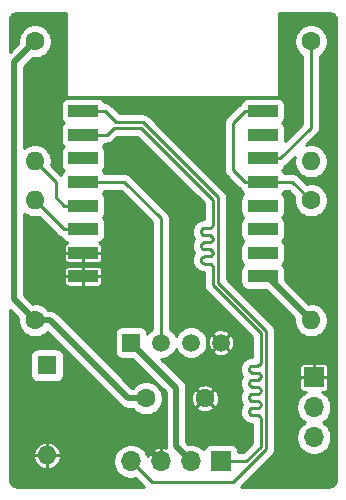
<source format=gbr>
%TF.GenerationSoftware,KiCad,Pcbnew,(5.1.7)-1*%
%TF.CreationDate,2020-10-29T12:23:24+01:00*%
%TF.ProjectId,wifi_temp_sensor,77696669-5f74-4656-9d70-5f73656e736f,rev?*%
%TF.SameCoordinates,Original*%
%TF.FileFunction,Copper,L2,Bot*%
%TF.FilePolarity,Positive*%
%FSLAX46Y46*%
G04 Gerber Fmt 4.6, Leading zero omitted, Abs format (unit mm)*
G04 Created by KiCad (PCBNEW (5.1.7)-1) date 2020-10-29 12:23:24*
%MOMM*%
%LPD*%
G01*
G04 APERTURE LIST*
%TA.AperFunction,ComponentPad*%
%ADD10C,1.500000*%
%TD*%
%TA.AperFunction,ComponentPad*%
%ADD11R,1.500000X1.500000*%
%TD*%
%TA.AperFunction,ComponentPad*%
%ADD12C,1.600000*%
%TD*%
%TA.AperFunction,ComponentPad*%
%ADD13O,1.700000X1.700000*%
%TD*%
%TA.AperFunction,ComponentPad*%
%ADD14R,1.700000X1.700000*%
%TD*%
%TA.AperFunction,SMDPad,CuDef*%
%ADD15R,2.500000X1.000000*%
%TD*%
%TA.AperFunction,ComponentPad*%
%ADD16O,1.600000X1.600000*%
%TD*%
%TA.AperFunction,ComponentPad*%
%ADD17R,1.600000X1.600000*%
%TD*%
%TA.AperFunction,Conductor*%
%ADD18C,0.500000*%
%TD*%
%TA.AperFunction,Conductor*%
%ADD19C,0.250000*%
%TD*%
%TA.AperFunction,Conductor*%
%ADD20C,0.100000*%
%TD*%
G04 APERTURE END LIST*
D10*
%TO.P,SENS1,4*%
%TO.N,GND*%
X154696000Y-87222000D03*
%TO.P,SENS1,3*%
%TO.N,Net-(SENS1-Pad3)*%
X152156000Y-87222000D03*
%TO.P,SENS1,2*%
%TO.N,Net-(SENS1-Pad2)*%
X149616000Y-87222000D03*
D11*
%TO.P,SENS1,1*%
%TO.N,VCC*%
X147076000Y-87222000D03*
%TD*%
D12*
%TO.P,C1,2*%
%TO.N,GND*%
X153336000Y-91948000D03*
%TO.P,C1,1*%
%TO.N,+3V3*%
X148336000Y-91948000D03*
%TD*%
D13*
%TO.P,J1,4*%
%TO.N,TX*%
X147066000Y-97282000D03*
%TO.P,J1,3*%
%TO.N,GND*%
X149606000Y-97282000D03*
%TO.P,J1,2*%
%TO.N,VCC*%
X152146000Y-97282000D03*
D14*
%TO.P,J1,1*%
%TO.N,RX*%
X154686000Y-97282000D03*
%TD*%
D15*
%TO.P,U1,22*%
%TO.N,TX*%
X143022000Y-67620000D03*
%TO.P,U1,21*%
%TO.N,RX*%
X143022000Y-69620000D03*
%TO.P,U1,20*%
%TO.N,Net-(U1-Pad20)*%
X143022000Y-71620000D03*
%TO.P,U1,19*%
%TO.N,Net-(SENS1-Pad2)*%
X143022000Y-73620000D03*
%TO.P,U1,18*%
%TO.N,Net-(BOOT1-Pad1)*%
X143022000Y-75620000D03*
%TO.P,U1,17*%
%TO.N,Net-(R4-Pad2)*%
X143022000Y-77620000D03*
%TO.P,U1,16*%
%TO.N,GND*%
X143022000Y-79620000D03*
%TO.P,U1,15*%
X143022000Y-81620000D03*
%TO.P,U1,8*%
%TO.N,+3V3*%
X158222000Y-81620000D03*
%TO.P,U1,7*%
%TO.N,Net-(U1-Pad7)*%
X158222000Y-79620000D03*
%TO.P,U1,6*%
%TO.N,Net-(U1-Pad6)*%
X158222000Y-77620000D03*
%TO.P,U1,5*%
%TO.N,Net-(U1-Pad5)*%
X158222000Y-75620000D03*
%TO.P,U1,4*%
%TO.N,RST*%
X158222000Y-73620000D03*
%TO.P,U1,3*%
%TO.N,Net-(R2-Pad1)*%
X158222000Y-71620000D03*
%TO.P,U1,2*%
%TO.N,Net-(U1-Pad2)*%
X158222000Y-69620000D03*
%TO.P,U1,1*%
%TO.N,RST*%
X158222000Y-67620000D03*
%TD*%
D13*
%TO.P,U2,3*%
%TO.N,VCC*%
X162560000Y-95250000D03*
%TO.P,U2,2*%
%TO.N,+3V3*%
X162560000Y-92710000D03*
D14*
%TO.P,U2,1*%
%TO.N,GND*%
X162560000Y-90170000D03*
%TD*%
D16*
%TO.P,R4,2*%
%TO.N,Net-(R4-Pad2)*%
X138938000Y-75184000D03*
D12*
%TO.P,R4,1*%
%TO.N,+3V3*%
X138938000Y-85344000D03*
%TD*%
D16*
%TO.P,R3,2*%
%TO.N,Net-(BOOT1-Pad1)*%
X138938000Y-71882000D03*
D12*
%TO.P,R3,1*%
%TO.N,+3V3*%
X138938000Y-61722000D03*
%TD*%
D16*
%TO.P,R2,2*%
%TO.N,+3V3*%
X162306000Y-71882000D03*
D12*
%TO.P,R2,1*%
%TO.N,Net-(R2-Pad1)*%
X162306000Y-61722000D03*
%TD*%
D16*
%TO.P,R1,2*%
%TO.N,+3V3*%
X162306000Y-85344000D03*
D12*
%TO.P,R1,1*%
%TO.N,RST*%
X162306000Y-75184000D03*
%TD*%
D16*
%TO.P,BOOT,2*%
%TO.N,GND*%
X139954000Y-96774000D03*
D17*
%TO.P,BOOT,1*%
%TO.N,Net-(BOOT1-Pad1)*%
X139954000Y-89154000D03*
%TD*%
D18*
%TO.N,GND*%
X149606000Y-97282000D02*
X148590000Y-96266000D01*
D19*
%TO.N,Net-(BOOT1-Pad1)*%
X138938000Y-71882000D02*
X140716000Y-73660000D01*
X140716000Y-73660000D02*
X140716000Y-74930000D01*
X141406000Y-75620000D02*
X143022000Y-75620000D01*
X140716000Y-74930000D02*
X141406000Y-75620000D01*
D18*
%TO.N,+3V3*%
X138938000Y-85344000D02*
X137160000Y-83566000D01*
X137160000Y-63500000D02*
X138938000Y-61722000D01*
X137160000Y-83566000D02*
X137160000Y-63500000D01*
X158582000Y-81620000D02*
X158222000Y-81620000D01*
X162306000Y-85344000D02*
X158582000Y-81620000D01*
X138938000Y-85344000D02*
X140208000Y-85344000D01*
X146812000Y-91948000D02*
X148336000Y-91948000D01*
X140208000Y-85344000D02*
X146812000Y-91948000D01*
D19*
%TO.N,RST*%
X156722000Y-73620000D02*
X155702000Y-72600000D01*
X158222000Y-73620000D02*
X156722000Y-73620000D01*
X156722000Y-67620000D02*
X158222000Y-67620000D01*
X155702000Y-68640000D02*
X156722000Y-67620000D01*
X155702000Y-72600000D02*
X155702000Y-68640000D01*
X160742000Y-73620000D02*
X158222000Y-73620000D01*
X162306000Y-75184000D02*
X160742000Y-73620000D01*
%TO.N,Net-(R2-Pad1)*%
X162306000Y-69036000D02*
X162306000Y-61722000D01*
X159722000Y-71620000D02*
X162306000Y-69036000D01*
X158222000Y-71620000D02*
X159722000Y-71620000D01*
%TO.N,Net-(R4-Pad2)*%
X141374000Y-77620000D02*
X143022000Y-77620000D01*
X138938000Y-75184000D02*
X141374000Y-77620000D01*
%TO.N,Net-(SENS1-Pad2)*%
X149606000Y-87274400D02*
X149606000Y-76708000D01*
X146518000Y-73620000D02*
X143022000Y-73620000D01*
X149606000Y-76708000D02*
X146518000Y-73620000D01*
D18*
%TO.N,VCC*%
X152146000Y-97282000D02*
X150876000Y-96012000D01*
X150876000Y-91084400D02*
X147066000Y-87274400D01*
X150876000Y-96012000D02*
X150876000Y-91084400D01*
D19*
%TO.N,TX*%
X145796000Y-68580000D02*
X144836000Y-67620000D01*
X144836000Y-67620000D02*
X143022000Y-67620000D01*
X148082000Y-68580000D02*
X145796000Y-68580000D01*
X158495999Y-86231589D02*
X154432000Y-82167590D01*
X154432000Y-74930000D02*
X148082000Y-68580000D01*
X158496000Y-96266000D02*
X158495999Y-86231589D01*
X155702000Y-99060000D02*
X158496000Y-96266000D01*
X154432000Y-82167590D02*
X154432000Y-74930000D01*
X148844000Y-99060000D02*
X155702000Y-99060000D01*
X147066000Y-97282000D02*
X148844000Y-99060000D01*
%TO.N,RX*%
X145010000Y-69620000D02*
X143022000Y-69620000D01*
X145599990Y-69030010D02*
X145010000Y-69620000D01*
X147895600Y-69030010D02*
X145599990Y-69030010D01*
X153981990Y-77229990D02*
X153981990Y-75116400D01*
X153952281Y-77360155D02*
X153974469Y-77296746D01*
X153916540Y-77417036D02*
X153952281Y-77360155D01*
X153869037Y-77464539D02*
X153916540Y-77417036D01*
X153812156Y-77500280D02*
X153869037Y-77464539D01*
X153748747Y-77522468D02*
X153812156Y-77500280D01*
X153281990Y-77529990D02*
X153681990Y-77529990D01*
X153215234Y-77537511D02*
X153281990Y-77529990D01*
X153151825Y-77559699D02*
X153215234Y-77537511D01*
X153094944Y-77595440D02*
X153151825Y-77559699D01*
X153047441Y-77642943D02*
X153094944Y-77595440D01*
X153011700Y-77699824D02*
X153047441Y-77642943D01*
X152989512Y-77763233D02*
X153011700Y-77699824D01*
X152981990Y-77829990D02*
X152989512Y-77763233D01*
X152989512Y-77896746D02*
X152981990Y-77829990D01*
X153011700Y-77960155D02*
X152989512Y-77896746D01*
X153047441Y-78017036D02*
X153011700Y-77960155D01*
X153151825Y-78100280D02*
X153094944Y-78064539D01*
X153215234Y-78122468D02*
X153151825Y-78100280D01*
X153281990Y-78129990D02*
X153215234Y-78122468D01*
X153681990Y-78129990D02*
X153281990Y-78129990D01*
X153748747Y-78137511D02*
X153681990Y-78129990D01*
X153812156Y-78159699D02*
X153748747Y-78137511D01*
X153869037Y-78195440D02*
X153812156Y-78159699D01*
X153916540Y-78242943D02*
X153869037Y-78195440D01*
X153952281Y-78299824D02*
X153916540Y-78242943D01*
X153974469Y-78363233D02*
X153952281Y-78299824D01*
X153981990Y-78429990D02*
X153974469Y-78363233D01*
X153952281Y-78560155D02*
X153974469Y-78496746D01*
X153916540Y-78617036D02*
X153952281Y-78560155D01*
X153869037Y-78664539D02*
X153916540Y-78617036D01*
X153812156Y-78700280D02*
X153869037Y-78664539D01*
X153748747Y-78722468D02*
X153812156Y-78700280D01*
X153681990Y-78729990D02*
X153748747Y-78722468D01*
X153281990Y-78729990D02*
X153681990Y-78729990D01*
X153215234Y-78737511D02*
X153281990Y-78729990D01*
X153151825Y-78759699D02*
X153215234Y-78737511D01*
X153094944Y-78795440D02*
X153151825Y-78759699D01*
X153011700Y-78899824D02*
X153047441Y-78842943D01*
X152989512Y-78963233D02*
X153011700Y-78899824D01*
X152981990Y-79029990D02*
X152989512Y-78963233D01*
X152989512Y-79096746D02*
X152981990Y-79029990D01*
X153011700Y-79160155D02*
X152989512Y-79096746D01*
X153047441Y-79217036D02*
X153011700Y-79160155D01*
X153094944Y-79264539D02*
X153047441Y-79217036D01*
X153151825Y-79300280D02*
X153094944Y-79264539D01*
X153215234Y-79322468D02*
X153151825Y-79300280D01*
X153281990Y-79329990D02*
X153215234Y-79322468D01*
X153681990Y-79329990D02*
X153281990Y-79329990D01*
X153748747Y-79337511D02*
X153681990Y-79329990D01*
X153812156Y-79359699D02*
X153748747Y-79337511D01*
X153869037Y-79395440D02*
X153812156Y-79359699D01*
X153916540Y-79442943D02*
X153869037Y-79395440D01*
X153952281Y-79499824D02*
X153916540Y-79442943D01*
X153974469Y-79563233D02*
X153952281Y-79499824D01*
X153981990Y-79629990D02*
X153974469Y-79563233D01*
X153974469Y-79696746D02*
X153981990Y-79629990D01*
X153952281Y-79760155D02*
X153974469Y-79696746D01*
X153869037Y-79864539D02*
X153916540Y-79817036D01*
X153812156Y-79900280D02*
X153869037Y-79864539D01*
X153748747Y-79922468D02*
X153812156Y-79900280D01*
X153681990Y-79929990D02*
X153748747Y-79922468D01*
X153281990Y-79929990D02*
X153681990Y-79929990D01*
X153215234Y-79937511D02*
X153281990Y-79929990D01*
X153151825Y-79959699D02*
X153215234Y-79937511D01*
X153094944Y-79995440D02*
X153151825Y-79959699D01*
X153047441Y-80042943D02*
X153094944Y-79995440D01*
X153011700Y-80099824D02*
X153047441Y-80042943D01*
X152989512Y-80163233D02*
X153011700Y-80099824D01*
X152981990Y-80229990D02*
X152989512Y-80163233D01*
X152989512Y-80296746D02*
X152981990Y-80229990D01*
X153011700Y-80360155D02*
X152989512Y-80296746D01*
X153047441Y-80417036D02*
X153011700Y-80360155D01*
X153094944Y-80464539D02*
X153047441Y-80417036D01*
X153151825Y-80500280D02*
X153094944Y-80464539D01*
X153215234Y-80522468D02*
X153151825Y-80500280D01*
X153281990Y-80529990D02*
X153215234Y-80522468D01*
X153681990Y-80529990D02*
X153281990Y-80529990D01*
X153748747Y-80537511D02*
X153681990Y-80529990D01*
X153812156Y-80559699D02*
X153748747Y-80537511D01*
X153869037Y-80595440D02*
X153812156Y-80559699D01*
X153916540Y-80642943D02*
X153869037Y-80595440D01*
X153952281Y-80699824D02*
X153916540Y-80642943D01*
X153974469Y-80763233D02*
X153952281Y-80699824D01*
X157876156Y-91538300D02*
X157933037Y-91502559D01*
X157812747Y-91560488D02*
X157876156Y-91538300D01*
X157345990Y-91568010D02*
X157745990Y-91568010D01*
X157158944Y-91633460D02*
X157215825Y-91597719D01*
X157111441Y-91680963D02*
X157158944Y-91633460D01*
X157075700Y-91737844D02*
X157111441Y-91680963D01*
X157045990Y-91868010D02*
X157053512Y-91801253D01*
X157075700Y-91998175D02*
X157053512Y-91934766D01*
X157215825Y-92138300D02*
X157158944Y-92102559D01*
X157345990Y-92168010D02*
X157279234Y-92160488D01*
X157745990Y-92168010D02*
X157345990Y-92168010D01*
X157933037Y-92233460D02*
X157876156Y-92197719D01*
X157980540Y-92280963D02*
X157933037Y-92233460D01*
X158016281Y-92337844D02*
X157980540Y-92280963D01*
X157215825Y-91597719D02*
X157279234Y-91575531D01*
X157345990Y-93368010D02*
X157279234Y-93360488D01*
X158038469Y-92401253D02*
X158016281Y-92337844D01*
X157980540Y-92655056D02*
X158016281Y-92598175D01*
X157933037Y-92702559D02*
X157980540Y-92655056D01*
X153681990Y-77529990D02*
X153748747Y-77522468D01*
X157158944Y-93302559D02*
X157111441Y-93255056D01*
X157745990Y-91568010D02*
X157812747Y-91560488D01*
X157345990Y-92768010D02*
X157745990Y-92768010D01*
X158045990Y-92468010D02*
X158038469Y-92401253D01*
X157812747Y-93375531D02*
X157745990Y-93368010D01*
X157745990Y-93368010D02*
X157345990Y-93368010D01*
X157111441Y-89655056D02*
X157075700Y-89598175D01*
X157876156Y-92197719D02*
X157812747Y-92175531D01*
X157053512Y-93134766D02*
X157045990Y-93068010D01*
X153916540Y-79817036D02*
X153952281Y-79760155D01*
X158045990Y-96079600D02*
X158045990Y-93668010D01*
X157215825Y-90938300D02*
X157158944Y-90902559D01*
X157215825Y-92797719D02*
X157279234Y-92775531D01*
X157933037Y-93433460D02*
X157876156Y-93397719D01*
X157053512Y-91801253D02*
X157075700Y-91737844D01*
X158016281Y-93537844D02*
X157980540Y-93480963D01*
X157876156Y-92738300D02*
X157933037Y-92702559D01*
X157980540Y-93480963D02*
X157933037Y-93433460D01*
X157215825Y-89197719D02*
X157279234Y-89175531D01*
X157279234Y-92775531D02*
X157345990Y-92768010D01*
X153974469Y-77296746D02*
X153981990Y-77229990D01*
X158038469Y-93601253D02*
X158016281Y-93537844D01*
X157053512Y-89401253D02*
X157075700Y-89337844D01*
X158016281Y-92598175D02*
X158038469Y-92534766D01*
X157111441Y-92880963D02*
X157158944Y-92833460D01*
X157980540Y-90255056D02*
X158016281Y-90198175D01*
X157053512Y-91934766D02*
X157045990Y-91868010D01*
X153974469Y-78496746D02*
X153981990Y-78429990D01*
X156843590Y-97282000D02*
X158045990Y-96079600D01*
X157933037Y-91502559D02*
X157980540Y-91455056D01*
X157279234Y-92160488D02*
X157215825Y-92138300D01*
X157279234Y-93360488D02*
X157215825Y-93338300D01*
X153047441Y-78842943D02*
X153094944Y-78795440D01*
X154686000Y-97282000D02*
X156843590Y-97282000D01*
X157279234Y-90960488D02*
X157215825Y-90938300D01*
X157111441Y-92055056D02*
X157075700Y-91998175D01*
X157158944Y-92833460D02*
X157215825Y-92797719D01*
X157812747Y-89160488D02*
X157876156Y-89138300D01*
X157158944Y-92102559D02*
X157111441Y-92055056D01*
X153094944Y-78064539D02*
X153047441Y-78017036D01*
X158045990Y-93668010D02*
X158038469Y-93601253D01*
X157053512Y-90734766D02*
X157045990Y-90668010D01*
X157215825Y-93338300D02*
X157158944Y-93302559D01*
X157876156Y-93397719D02*
X157812747Y-93375531D01*
X157812747Y-92760488D02*
X157876156Y-92738300D01*
X157279234Y-91575531D02*
X157345990Y-91568010D01*
X157111441Y-93255056D02*
X157075700Y-93198175D01*
X157980540Y-89880963D02*
X157933037Y-89833460D01*
X157812747Y-92175531D02*
X157745990Y-92168010D01*
X157075700Y-93198175D02*
X157053512Y-93134766D01*
X157045990Y-93068010D02*
X157053512Y-93001253D01*
X157053512Y-93001253D02*
X157075700Y-92937844D01*
X158038469Y-92534766D02*
X158045990Y-92468010D01*
X153981990Y-75116400D02*
X147895600Y-69030010D01*
X157075700Y-92937844D02*
X157111441Y-92880963D01*
X157745990Y-92768010D02*
X157812747Y-92760488D01*
X157980540Y-91455056D02*
X158016281Y-91398175D01*
X158016281Y-91398175D02*
X158038469Y-91334766D01*
X158038469Y-91334766D02*
X158045990Y-91268010D01*
X158045990Y-91268010D02*
X158038469Y-91201253D01*
X158038469Y-91201253D02*
X158016281Y-91137844D01*
X157053512Y-89534766D02*
X157045990Y-89468010D01*
X158016281Y-91137844D02*
X157980540Y-91080963D01*
X157980540Y-91080963D02*
X157933037Y-91033460D01*
X157933037Y-91033460D02*
X157876156Y-90997719D01*
X157876156Y-90997719D02*
X157812747Y-90975531D01*
X157812747Y-90975531D02*
X157745990Y-90968010D01*
X157745990Y-90968010D02*
X157345990Y-90968010D01*
X157345990Y-90968010D02*
X157279234Y-90960488D01*
X157158944Y-90902559D02*
X157111441Y-90855056D01*
X157111441Y-90855056D02*
X157075700Y-90798175D01*
X157075700Y-90798175D02*
X157053512Y-90734766D01*
X157045990Y-90668010D02*
X157053512Y-90601253D01*
X157053512Y-90601253D02*
X157075700Y-90537844D01*
X157075700Y-90537844D02*
X157111441Y-90480963D01*
X157111441Y-90480963D02*
X157158944Y-90433460D01*
X157158944Y-90433460D02*
X157215825Y-90397719D01*
X157215825Y-90397719D02*
X157279234Y-90375531D01*
X157279234Y-90375531D02*
X157345990Y-90368010D01*
X157345990Y-90368010D02*
X157745990Y-90368010D01*
X157745990Y-90368010D02*
X157812747Y-90360488D01*
X157812747Y-90360488D02*
X157876156Y-90338300D01*
X157876156Y-90338300D02*
X157933037Y-90302559D01*
X157933037Y-90302559D02*
X157980540Y-90255056D01*
X158016281Y-90198175D02*
X158038469Y-90134766D01*
X158038469Y-90134766D02*
X158045990Y-90068010D01*
X158045990Y-90068010D02*
X158038469Y-90001253D01*
X158038469Y-90001253D02*
X158016281Y-89937844D01*
X158016281Y-89937844D02*
X157980540Y-89880963D01*
X157933037Y-89833460D02*
X157876156Y-89797719D01*
X157876156Y-89797719D02*
X157812747Y-89775531D01*
X157812747Y-89775531D02*
X157745990Y-89768010D01*
X157745990Y-89768010D02*
X157345990Y-89768010D01*
X157345990Y-89768010D02*
X157279234Y-89760488D01*
X157279234Y-89760488D02*
X157215825Y-89738300D01*
X157215825Y-89738300D02*
X157158944Y-89702559D01*
X157158944Y-89702559D02*
X157111441Y-89655056D01*
X157075700Y-89598175D02*
X157053512Y-89534766D01*
X157045990Y-89468010D02*
X157053512Y-89401253D01*
X157075700Y-89337844D02*
X157111441Y-89280963D01*
X157111441Y-89280963D02*
X157158944Y-89233460D01*
X157158944Y-89233460D02*
X157215825Y-89197719D01*
X157279234Y-89175531D02*
X157345990Y-89168010D01*
X157345990Y-89168010D02*
X157745990Y-89168010D01*
X157745990Y-89168010D02*
X157812747Y-89160488D01*
X157876156Y-89138300D02*
X157933037Y-89102559D01*
X157933037Y-89102559D02*
X157980540Y-89055056D01*
X157980540Y-89055056D02*
X158016281Y-88998175D01*
X158016281Y-88998175D02*
X158038469Y-88934766D01*
X158038469Y-88934766D02*
X158045990Y-88868010D01*
X158045990Y-88868010D02*
X158045990Y-86417990D01*
X158045990Y-86417990D02*
X153981990Y-82353990D01*
X153981990Y-82353990D02*
X153981990Y-80829990D01*
X153981990Y-80829990D02*
X153974469Y-80763233D01*
%TD*%
%TO.N,GND*%
X141607000Y-66294000D02*
X141609402Y-66318386D01*
X141616515Y-66341835D01*
X141628066Y-66363446D01*
X141643612Y-66382388D01*
X141662554Y-66397934D01*
X141684165Y-66409485D01*
X141707614Y-66416598D01*
X141732000Y-66419000D01*
X159512000Y-66419000D01*
X159536386Y-66416598D01*
X159559835Y-66409485D01*
X159581446Y-66397934D01*
X159600388Y-66382388D01*
X159615934Y-66363446D01*
X159627485Y-66341835D01*
X159634598Y-66318386D01*
X159637000Y-66294000D01*
X159637000Y-59332000D01*
X163797814Y-59332000D01*
X163948260Y-59346751D01*
X164062013Y-59381096D01*
X164166932Y-59436882D01*
X164259012Y-59511981D01*
X164334756Y-59603540D01*
X164391271Y-59708062D01*
X164426409Y-59821574D01*
X164442000Y-59969917D01*
X164442001Y-98773804D01*
X164427249Y-98924259D01*
X164392904Y-99038014D01*
X164337120Y-99142929D01*
X164262020Y-99235011D01*
X164170460Y-99310756D01*
X164065938Y-99367271D01*
X163952426Y-99402409D01*
X163804083Y-99418000D01*
X156415972Y-99418000D01*
X159005665Y-96828309D01*
X159034580Y-96804579D01*
X159058310Y-96775664D01*
X159058314Y-96775660D01*
X159129303Y-96689160D01*
X159199688Y-96557478D01*
X159206517Y-96534968D01*
X159243032Y-96414593D01*
X159254000Y-96303231D01*
X159257667Y-96266000D01*
X159254000Y-96228768D01*
X159254000Y-92563937D01*
X161077000Y-92563937D01*
X161077000Y-92856063D01*
X161133990Y-93142575D01*
X161245782Y-93412464D01*
X161408078Y-93655358D01*
X161614642Y-93861922D01*
X161791359Y-93980000D01*
X161614642Y-94098078D01*
X161408078Y-94304642D01*
X161245782Y-94547536D01*
X161133990Y-94817425D01*
X161077000Y-95103937D01*
X161077000Y-95396063D01*
X161133990Y-95682575D01*
X161245782Y-95952464D01*
X161408078Y-96195358D01*
X161614642Y-96401922D01*
X161857536Y-96564218D01*
X162127425Y-96676010D01*
X162413937Y-96733000D01*
X162706063Y-96733000D01*
X162992575Y-96676010D01*
X163262464Y-96564218D01*
X163505358Y-96401922D01*
X163711922Y-96195358D01*
X163874218Y-95952464D01*
X163986010Y-95682575D01*
X164043000Y-95396063D01*
X164043000Y-95103937D01*
X163986010Y-94817425D01*
X163874218Y-94547536D01*
X163711922Y-94304642D01*
X163505358Y-94098078D01*
X163328641Y-93980000D01*
X163505358Y-93861922D01*
X163711922Y-93655358D01*
X163874218Y-93412464D01*
X163986010Y-93142575D01*
X164043000Y-92856063D01*
X164043000Y-92563937D01*
X163986010Y-92277425D01*
X163874218Y-92007536D01*
X163711922Y-91764642D01*
X163505358Y-91558078D01*
X163269513Y-91400492D01*
X163410000Y-91400834D01*
X163484297Y-91393516D01*
X163555739Y-91371845D01*
X163621580Y-91336652D01*
X163679290Y-91289290D01*
X163726652Y-91231580D01*
X163761845Y-91165739D01*
X163783516Y-91094297D01*
X163790834Y-91020000D01*
X163789000Y-90266750D01*
X163694250Y-90172000D01*
X162562000Y-90172000D01*
X162562000Y-90192000D01*
X162558000Y-90192000D01*
X162558000Y-90172000D01*
X161425750Y-90172000D01*
X161331000Y-90266750D01*
X161329166Y-91020000D01*
X161336484Y-91094297D01*
X161358155Y-91165739D01*
X161393348Y-91231580D01*
X161440710Y-91289290D01*
X161498420Y-91336652D01*
X161564261Y-91371845D01*
X161635703Y-91393516D01*
X161710000Y-91400834D01*
X161850487Y-91400492D01*
X161614642Y-91558078D01*
X161408078Y-91764642D01*
X161245782Y-92007536D01*
X161133990Y-92277425D01*
X161077000Y-92563937D01*
X159254000Y-92563937D01*
X159253999Y-89320000D01*
X161329166Y-89320000D01*
X161331000Y-90073250D01*
X161425750Y-90168000D01*
X162558000Y-90168000D01*
X162558000Y-89035750D01*
X162562000Y-89035750D01*
X162562000Y-90168000D01*
X163694250Y-90168000D01*
X163789000Y-90073250D01*
X163790834Y-89320000D01*
X163783516Y-89245703D01*
X163761845Y-89174261D01*
X163726652Y-89108420D01*
X163679290Y-89050710D01*
X163621580Y-89003348D01*
X163555739Y-88968155D01*
X163484297Y-88946484D01*
X163410000Y-88939166D01*
X162656750Y-88941000D01*
X162562000Y-89035750D01*
X162558000Y-89035750D01*
X162463250Y-88941000D01*
X161710000Y-88939166D01*
X161635703Y-88946484D01*
X161564261Y-88968155D01*
X161498420Y-89003348D01*
X161440710Y-89050710D01*
X161393348Y-89108420D01*
X161358155Y-89174261D01*
X161336484Y-89245703D01*
X161329166Y-89320000D01*
X159253999Y-89320000D01*
X159253998Y-86268831D01*
X159257666Y-86231589D01*
X159243031Y-86082995D01*
X159199687Y-85940111D01*
X159129302Y-85808429D01*
X159058313Y-85721929D01*
X159058308Y-85721924D01*
X159034578Y-85693009D01*
X159005663Y-85669279D01*
X155190000Y-81853618D01*
X155190000Y-74967231D01*
X155193667Y-74929999D01*
X155179032Y-74781406D01*
X155171344Y-74756062D01*
X155135689Y-74638523D01*
X155065303Y-74506840D01*
X154970580Y-74391420D01*
X154941659Y-74367685D01*
X149213973Y-68640000D01*
X154940333Y-68640000D01*
X154944001Y-68677242D01*
X154944000Y-72562768D01*
X154940333Y-72600000D01*
X154944000Y-72637231D01*
X154954968Y-72748593D01*
X154998311Y-72891476D01*
X155068697Y-73023159D01*
X155163420Y-73138580D01*
X155192351Y-73162323D01*
X156159685Y-74129659D01*
X156183420Y-74158580D01*
X156298840Y-74253303D01*
X156361040Y-74286549D01*
X156384355Y-74363410D01*
X156443134Y-74473377D01*
X156522236Y-74569764D01*
X156583449Y-74620000D01*
X156522236Y-74670236D01*
X156443134Y-74766623D01*
X156384355Y-74876590D01*
X156348160Y-74995910D01*
X156335938Y-75120000D01*
X156335938Y-76120000D01*
X156348160Y-76244090D01*
X156384355Y-76363410D01*
X156443134Y-76473377D01*
X156522236Y-76569764D01*
X156583449Y-76620000D01*
X156522236Y-76670236D01*
X156443134Y-76766623D01*
X156384355Y-76876590D01*
X156348160Y-76995910D01*
X156335938Y-77120000D01*
X156335938Y-78120000D01*
X156348160Y-78244090D01*
X156384355Y-78363410D01*
X156443134Y-78473377D01*
X156522236Y-78569764D01*
X156583449Y-78620000D01*
X156522236Y-78670236D01*
X156443134Y-78766623D01*
X156384355Y-78876590D01*
X156348160Y-78995910D01*
X156335938Y-79120000D01*
X156335938Y-80120000D01*
X156348160Y-80244090D01*
X156384355Y-80363410D01*
X156443134Y-80473377D01*
X156522236Y-80569764D01*
X156583449Y-80620000D01*
X156522236Y-80670236D01*
X156443134Y-80766623D01*
X156384355Y-80876590D01*
X156348160Y-80995910D01*
X156335938Y-81120000D01*
X156335938Y-82120000D01*
X156348160Y-82244090D01*
X156384355Y-82363410D01*
X156443134Y-82473377D01*
X156522236Y-82569764D01*
X156618623Y-82648866D01*
X156728590Y-82707645D01*
X156847910Y-82743840D01*
X156972000Y-82756062D01*
X158469313Y-82756062D01*
X160880153Y-85166903D01*
X160873000Y-85202862D01*
X160873000Y-85485138D01*
X160928069Y-85761991D01*
X161036092Y-86022780D01*
X161192916Y-86257484D01*
X161392516Y-86457084D01*
X161627220Y-86613908D01*
X161888009Y-86721931D01*
X162164862Y-86777000D01*
X162447138Y-86777000D01*
X162723991Y-86721931D01*
X162984780Y-86613908D01*
X163219484Y-86457084D01*
X163419084Y-86257484D01*
X163575908Y-86022780D01*
X163683931Y-85761991D01*
X163739000Y-85485138D01*
X163739000Y-85202862D01*
X163683931Y-84926009D01*
X163575908Y-84665220D01*
X163419084Y-84430516D01*
X163219484Y-84230916D01*
X162984780Y-84074092D01*
X162723991Y-83966069D01*
X162447138Y-83911000D01*
X162164862Y-83911000D01*
X162128903Y-83918153D01*
X160108062Y-81897313D01*
X160108062Y-81120000D01*
X160095840Y-80995910D01*
X160059645Y-80876590D01*
X160000866Y-80766623D01*
X159921764Y-80670236D01*
X159860551Y-80620000D01*
X159921764Y-80569764D01*
X160000866Y-80473377D01*
X160059645Y-80363410D01*
X160095840Y-80244090D01*
X160108062Y-80120000D01*
X160108062Y-79120000D01*
X160095840Y-78995910D01*
X160059645Y-78876590D01*
X160000866Y-78766623D01*
X159921764Y-78670236D01*
X159860551Y-78620000D01*
X159921764Y-78569764D01*
X160000866Y-78473377D01*
X160059645Y-78363410D01*
X160095840Y-78244090D01*
X160108062Y-78120000D01*
X160108062Y-77120000D01*
X160095840Y-76995910D01*
X160059645Y-76876590D01*
X160000866Y-76766623D01*
X159921764Y-76670236D01*
X159860551Y-76620000D01*
X159921764Y-76569764D01*
X160000866Y-76473377D01*
X160059645Y-76363410D01*
X160095840Y-76244090D01*
X160108062Y-76120000D01*
X160108062Y-75120000D01*
X160095840Y-74995910D01*
X160059645Y-74876590D01*
X160000866Y-74766623D01*
X159921764Y-74670236D01*
X159860551Y-74620000D01*
X159921764Y-74569764D01*
X160000866Y-74473377D01*
X160051846Y-74378000D01*
X160428028Y-74378000D01*
X160909482Y-74859454D01*
X160873000Y-75042862D01*
X160873000Y-75325138D01*
X160928069Y-75601991D01*
X161036092Y-75862780D01*
X161192916Y-76097484D01*
X161392516Y-76297084D01*
X161627220Y-76453908D01*
X161888009Y-76561931D01*
X162164862Y-76617000D01*
X162447138Y-76617000D01*
X162723991Y-76561931D01*
X162984780Y-76453908D01*
X163219484Y-76297084D01*
X163419084Y-76097484D01*
X163575908Y-75862780D01*
X163683931Y-75601991D01*
X163739000Y-75325138D01*
X163739000Y-75042862D01*
X163683931Y-74766009D01*
X163575908Y-74505220D01*
X163419084Y-74270516D01*
X163219484Y-74070916D01*
X162984780Y-73914092D01*
X162723991Y-73806069D01*
X162447138Y-73751000D01*
X162164862Y-73751000D01*
X161981454Y-73787482D01*
X161304324Y-73110351D01*
X161280580Y-73081420D01*
X161165160Y-72986697D01*
X161033477Y-72916311D01*
X160890594Y-72872968D01*
X160779232Y-72862000D01*
X160742000Y-72858333D01*
X160704768Y-72862000D01*
X160051846Y-72862000D01*
X160000866Y-72766623D01*
X159921764Y-72670236D01*
X159860551Y-72620000D01*
X159921764Y-72569764D01*
X160000866Y-72473377D01*
X160059645Y-72363410D01*
X160082960Y-72286549D01*
X160145160Y-72253303D01*
X160260580Y-72158580D01*
X160284323Y-72129649D01*
X160922633Y-71491340D01*
X160873000Y-71740862D01*
X160873000Y-72023138D01*
X160928069Y-72299991D01*
X161036092Y-72560780D01*
X161192916Y-72795484D01*
X161392516Y-72995084D01*
X161627220Y-73151908D01*
X161888009Y-73259931D01*
X162164862Y-73315000D01*
X162447138Y-73315000D01*
X162723991Y-73259931D01*
X162984780Y-73151908D01*
X163219484Y-72995084D01*
X163419084Y-72795484D01*
X163575908Y-72560780D01*
X163683931Y-72299991D01*
X163739000Y-72023138D01*
X163739000Y-71740862D01*
X163683931Y-71464009D01*
X163575908Y-71203220D01*
X163419084Y-70968516D01*
X163219484Y-70768916D01*
X162984780Y-70612092D01*
X162723991Y-70504069D01*
X162447138Y-70449000D01*
X162164862Y-70449000D01*
X161915341Y-70498632D01*
X162815660Y-69598314D01*
X162844580Y-69574580D01*
X162939303Y-69459160D01*
X163009689Y-69327477D01*
X163053032Y-69184594D01*
X163064000Y-69073232D01*
X163064000Y-69073231D01*
X163067667Y-69036000D01*
X163064000Y-68998768D01*
X163064000Y-62938975D01*
X163219484Y-62835084D01*
X163419084Y-62635484D01*
X163575908Y-62400780D01*
X163683931Y-62139991D01*
X163739000Y-61863138D01*
X163739000Y-61580862D01*
X163683931Y-61304009D01*
X163575908Y-61043220D01*
X163419084Y-60808516D01*
X163219484Y-60608916D01*
X162984780Y-60452092D01*
X162723991Y-60344069D01*
X162447138Y-60289000D01*
X162164862Y-60289000D01*
X161888009Y-60344069D01*
X161627220Y-60452092D01*
X161392516Y-60608916D01*
X161192916Y-60808516D01*
X161036092Y-61043220D01*
X160928069Y-61304009D01*
X160873000Y-61580862D01*
X160873000Y-61863138D01*
X160928069Y-62139991D01*
X161036092Y-62400780D01*
X161192916Y-62635484D01*
X161392516Y-62835084D01*
X161548001Y-62938976D01*
X161548000Y-68722026D01*
X160103477Y-70166550D01*
X160108062Y-70120000D01*
X160108062Y-69120000D01*
X160095840Y-68995910D01*
X160059645Y-68876590D01*
X160000866Y-68766623D01*
X159921764Y-68670236D01*
X159860551Y-68620000D01*
X159921764Y-68569764D01*
X160000866Y-68473377D01*
X160059645Y-68363410D01*
X160095840Y-68244090D01*
X160108062Y-68120000D01*
X160108062Y-67120000D01*
X160095840Y-66995910D01*
X160059645Y-66876590D01*
X160000866Y-66766623D01*
X159921764Y-66670236D01*
X159825377Y-66591134D01*
X159715410Y-66532355D01*
X159596090Y-66496160D01*
X159472000Y-66483938D01*
X156972000Y-66483938D01*
X156847910Y-66496160D01*
X156728590Y-66532355D01*
X156618623Y-66591134D01*
X156522236Y-66670236D01*
X156443134Y-66766623D01*
X156384355Y-66876590D01*
X156361040Y-66953451D01*
X156298840Y-66986697D01*
X156183420Y-67081420D01*
X156159685Y-67110341D01*
X155192347Y-68077681D01*
X155163421Y-68101420D01*
X155116511Y-68158580D01*
X155068697Y-68216841D01*
X154998312Y-68348523D01*
X154954968Y-68491407D01*
X154940333Y-68640000D01*
X149213973Y-68640000D01*
X148644324Y-68070352D01*
X148620580Y-68041420D01*
X148505160Y-67946697D01*
X148373477Y-67876311D01*
X148230594Y-67832968D01*
X148119232Y-67822000D01*
X148082000Y-67818333D01*
X148044768Y-67822000D01*
X146109973Y-67822000D01*
X145398323Y-67110351D01*
X145374580Y-67081420D01*
X145259160Y-66986697D01*
X145127477Y-66916311D01*
X144984594Y-66872968D01*
X144873232Y-66862000D01*
X144850658Y-66859777D01*
X144800866Y-66766623D01*
X144721764Y-66670236D01*
X144625377Y-66591134D01*
X144515410Y-66532355D01*
X144396090Y-66496160D01*
X144272000Y-66483938D01*
X141772000Y-66483938D01*
X141647910Y-66496160D01*
X141528590Y-66532355D01*
X141418623Y-66591134D01*
X141322236Y-66670236D01*
X141243134Y-66766623D01*
X141184355Y-66876590D01*
X141148160Y-66995910D01*
X141135938Y-67120000D01*
X141135938Y-68120000D01*
X141148160Y-68244090D01*
X141184355Y-68363410D01*
X141243134Y-68473377D01*
X141322236Y-68569764D01*
X141383449Y-68620000D01*
X141322236Y-68670236D01*
X141243134Y-68766623D01*
X141184355Y-68876590D01*
X141148160Y-68995910D01*
X141135938Y-69120000D01*
X141135938Y-70120000D01*
X141148160Y-70244090D01*
X141184355Y-70363410D01*
X141243134Y-70473377D01*
X141322236Y-70569764D01*
X141383449Y-70620000D01*
X141322236Y-70670236D01*
X141243134Y-70766623D01*
X141184355Y-70876590D01*
X141148160Y-70995910D01*
X141135938Y-71120000D01*
X141135938Y-72120000D01*
X141148160Y-72244090D01*
X141184355Y-72363410D01*
X141243134Y-72473377D01*
X141322236Y-72569764D01*
X141383449Y-72620000D01*
X141322236Y-72670236D01*
X141243134Y-72766623D01*
X141184355Y-72876590D01*
X141148160Y-72995910D01*
X141145983Y-73018009D01*
X140334518Y-72206545D01*
X140371000Y-72023138D01*
X140371000Y-71740862D01*
X140315931Y-71464009D01*
X140207908Y-71203220D01*
X140051084Y-70968516D01*
X139851484Y-70768916D01*
X139616780Y-70612092D01*
X139355991Y-70504069D01*
X139079138Y-70449000D01*
X138796862Y-70449000D01*
X138520009Y-70504069D01*
X138259220Y-70612092D01*
X138043000Y-70756565D01*
X138043000Y-63865749D01*
X138760902Y-63147847D01*
X138796862Y-63155000D01*
X139079138Y-63155000D01*
X139355991Y-63099931D01*
X139616780Y-62991908D01*
X139851484Y-62835084D01*
X140051084Y-62635484D01*
X140207908Y-62400780D01*
X140315931Y-62139991D01*
X140371000Y-61863138D01*
X140371000Y-61580862D01*
X140315931Y-61304009D01*
X140207908Y-61043220D01*
X140051084Y-60808516D01*
X139851484Y-60608916D01*
X139616780Y-60452092D01*
X139355991Y-60344069D01*
X139079138Y-60289000D01*
X138796862Y-60289000D01*
X138520009Y-60344069D01*
X138259220Y-60452092D01*
X138024516Y-60608916D01*
X137824916Y-60808516D01*
X137668092Y-61043220D01*
X137560069Y-61304009D01*
X137505000Y-61580862D01*
X137505000Y-61863138D01*
X137512153Y-61899098D01*
X136802000Y-62609251D01*
X136802000Y-59976186D01*
X136816751Y-59825740D01*
X136851096Y-59711987D01*
X136906882Y-59607068D01*
X136981981Y-59514988D01*
X137073540Y-59439244D01*
X137178062Y-59382729D01*
X137291574Y-59347591D01*
X137439917Y-59332000D01*
X141607000Y-59332000D01*
X141607000Y-66294000D01*
%TA.AperFunction,Conductor*%
D20*
G36*
X141607000Y-66294000D02*
G01*
X141609402Y-66318386D01*
X141616515Y-66341835D01*
X141628066Y-66363446D01*
X141643612Y-66382388D01*
X141662554Y-66397934D01*
X141684165Y-66409485D01*
X141707614Y-66416598D01*
X141732000Y-66419000D01*
X159512000Y-66419000D01*
X159536386Y-66416598D01*
X159559835Y-66409485D01*
X159581446Y-66397934D01*
X159600388Y-66382388D01*
X159615934Y-66363446D01*
X159627485Y-66341835D01*
X159634598Y-66318386D01*
X159637000Y-66294000D01*
X159637000Y-59332000D01*
X163797814Y-59332000D01*
X163948260Y-59346751D01*
X164062013Y-59381096D01*
X164166932Y-59436882D01*
X164259012Y-59511981D01*
X164334756Y-59603540D01*
X164391271Y-59708062D01*
X164426409Y-59821574D01*
X164442000Y-59969917D01*
X164442001Y-98773804D01*
X164427249Y-98924259D01*
X164392904Y-99038014D01*
X164337120Y-99142929D01*
X164262020Y-99235011D01*
X164170460Y-99310756D01*
X164065938Y-99367271D01*
X163952426Y-99402409D01*
X163804083Y-99418000D01*
X156415972Y-99418000D01*
X159005665Y-96828309D01*
X159034580Y-96804579D01*
X159058310Y-96775664D01*
X159058314Y-96775660D01*
X159129303Y-96689160D01*
X159199688Y-96557478D01*
X159206517Y-96534968D01*
X159243032Y-96414593D01*
X159254000Y-96303231D01*
X159257667Y-96266000D01*
X159254000Y-96228768D01*
X159254000Y-92563937D01*
X161077000Y-92563937D01*
X161077000Y-92856063D01*
X161133990Y-93142575D01*
X161245782Y-93412464D01*
X161408078Y-93655358D01*
X161614642Y-93861922D01*
X161791359Y-93980000D01*
X161614642Y-94098078D01*
X161408078Y-94304642D01*
X161245782Y-94547536D01*
X161133990Y-94817425D01*
X161077000Y-95103937D01*
X161077000Y-95396063D01*
X161133990Y-95682575D01*
X161245782Y-95952464D01*
X161408078Y-96195358D01*
X161614642Y-96401922D01*
X161857536Y-96564218D01*
X162127425Y-96676010D01*
X162413937Y-96733000D01*
X162706063Y-96733000D01*
X162992575Y-96676010D01*
X163262464Y-96564218D01*
X163505358Y-96401922D01*
X163711922Y-96195358D01*
X163874218Y-95952464D01*
X163986010Y-95682575D01*
X164043000Y-95396063D01*
X164043000Y-95103937D01*
X163986010Y-94817425D01*
X163874218Y-94547536D01*
X163711922Y-94304642D01*
X163505358Y-94098078D01*
X163328641Y-93980000D01*
X163505358Y-93861922D01*
X163711922Y-93655358D01*
X163874218Y-93412464D01*
X163986010Y-93142575D01*
X164043000Y-92856063D01*
X164043000Y-92563937D01*
X163986010Y-92277425D01*
X163874218Y-92007536D01*
X163711922Y-91764642D01*
X163505358Y-91558078D01*
X163269513Y-91400492D01*
X163410000Y-91400834D01*
X163484297Y-91393516D01*
X163555739Y-91371845D01*
X163621580Y-91336652D01*
X163679290Y-91289290D01*
X163726652Y-91231580D01*
X163761845Y-91165739D01*
X163783516Y-91094297D01*
X163790834Y-91020000D01*
X163789000Y-90266750D01*
X163694250Y-90172000D01*
X162562000Y-90172000D01*
X162562000Y-90192000D01*
X162558000Y-90192000D01*
X162558000Y-90172000D01*
X161425750Y-90172000D01*
X161331000Y-90266750D01*
X161329166Y-91020000D01*
X161336484Y-91094297D01*
X161358155Y-91165739D01*
X161393348Y-91231580D01*
X161440710Y-91289290D01*
X161498420Y-91336652D01*
X161564261Y-91371845D01*
X161635703Y-91393516D01*
X161710000Y-91400834D01*
X161850487Y-91400492D01*
X161614642Y-91558078D01*
X161408078Y-91764642D01*
X161245782Y-92007536D01*
X161133990Y-92277425D01*
X161077000Y-92563937D01*
X159254000Y-92563937D01*
X159253999Y-89320000D01*
X161329166Y-89320000D01*
X161331000Y-90073250D01*
X161425750Y-90168000D01*
X162558000Y-90168000D01*
X162558000Y-89035750D01*
X162562000Y-89035750D01*
X162562000Y-90168000D01*
X163694250Y-90168000D01*
X163789000Y-90073250D01*
X163790834Y-89320000D01*
X163783516Y-89245703D01*
X163761845Y-89174261D01*
X163726652Y-89108420D01*
X163679290Y-89050710D01*
X163621580Y-89003348D01*
X163555739Y-88968155D01*
X163484297Y-88946484D01*
X163410000Y-88939166D01*
X162656750Y-88941000D01*
X162562000Y-89035750D01*
X162558000Y-89035750D01*
X162463250Y-88941000D01*
X161710000Y-88939166D01*
X161635703Y-88946484D01*
X161564261Y-88968155D01*
X161498420Y-89003348D01*
X161440710Y-89050710D01*
X161393348Y-89108420D01*
X161358155Y-89174261D01*
X161336484Y-89245703D01*
X161329166Y-89320000D01*
X159253999Y-89320000D01*
X159253998Y-86268831D01*
X159257666Y-86231589D01*
X159243031Y-86082995D01*
X159199687Y-85940111D01*
X159129302Y-85808429D01*
X159058313Y-85721929D01*
X159058308Y-85721924D01*
X159034578Y-85693009D01*
X159005663Y-85669279D01*
X155190000Y-81853618D01*
X155190000Y-74967231D01*
X155193667Y-74929999D01*
X155179032Y-74781406D01*
X155171344Y-74756062D01*
X155135689Y-74638523D01*
X155065303Y-74506840D01*
X154970580Y-74391420D01*
X154941659Y-74367685D01*
X149213973Y-68640000D01*
X154940333Y-68640000D01*
X154944001Y-68677242D01*
X154944000Y-72562768D01*
X154940333Y-72600000D01*
X154944000Y-72637231D01*
X154954968Y-72748593D01*
X154998311Y-72891476D01*
X155068697Y-73023159D01*
X155163420Y-73138580D01*
X155192351Y-73162323D01*
X156159685Y-74129659D01*
X156183420Y-74158580D01*
X156298840Y-74253303D01*
X156361040Y-74286549D01*
X156384355Y-74363410D01*
X156443134Y-74473377D01*
X156522236Y-74569764D01*
X156583449Y-74620000D01*
X156522236Y-74670236D01*
X156443134Y-74766623D01*
X156384355Y-74876590D01*
X156348160Y-74995910D01*
X156335938Y-75120000D01*
X156335938Y-76120000D01*
X156348160Y-76244090D01*
X156384355Y-76363410D01*
X156443134Y-76473377D01*
X156522236Y-76569764D01*
X156583449Y-76620000D01*
X156522236Y-76670236D01*
X156443134Y-76766623D01*
X156384355Y-76876590D01*
X156348160Y-76995910D01*
X156335938Y-77120000D01*
X156335938Y-78120000D01*
X156348160Y-78244090D01*
X156384355Y-78363410D01*
X156443134Y-78473377D01*
X156522236Y-78569764D01*
X156583449Y-78620000D01*
X156522236Y-78670236D01*
X156443134Y-78766623D01*
X156384355Y-78876590D01*
X156348160Y-78995910D01*
X156335938Y-79120000D01*
X156335938Y-80120000D01*
X156348160Y-80244090D01*
X156384355Y-80363410D01*
X156443134Y-80473377D01*
X156522236Y-80569764D01*
X156583449Y-80620000D01*
X156522236Y-80670236D01*
X156443134Y-80766623D01*
X156384355Y-80876590D01*
X156348160Y-80995910D01*
X156335938Y-81120000D01*
X156335938Y-82120000D01*
X156348160Y-82244090D01*
X156384355Y-82363410D01*
X156443134Y-82473377D01*
X156522236Y-82569764D01*
X156618623Y-82648866D01*
X156728590Y-82707645D01*
X156847910Y-82743840D01*
X156972000Y-82756062D01*
X158469313Y-82756062D01*
X160880153Y-85166903D01*
X160873000Y-85202862D01*
X160873000Y-85485138D01*
X160928069Y-85761991D01*
X161036092Y-86022780D01*
X161192916Y-86257484D01*
X161392516Y-86457084D01*
X161627220Y-86613908D01*
X161888009Y-86721931D01*
X162164862Y-86777000D01*
X162447138Y-86777000D01*
X162723991Y-86721931D01*
X162984780Y-86613908D01*
X163219484Y-86457084D01*
X163419084Y-86257484D01*
X163575908Y-86022780D01*
X163683931Y-85761991D01*
X163739000Y-85485138D01*
X163739000Y-85202862D01*
X163683931Y-84926009D01*
X163575908Y-84665220D01*
X163419084Y-84430516D01*
X163219484Y-84230916D01*
X162984780Y-84074092D01*
X162723991Y-83966069D01*
X162447138Y-83911000D01*
X162164862Y-83911000D01*
X162128903Y-83918153D01*
X160108062Y-81897313D01*
X160108062Y-81120000D01*
X160095840Y-80995910D01*
X160059645Y-80876590D01*
X160000866Y-80766623D01*
X159921764Y-80670236D01*
X159860551Y-80620000D01*
X159921764Y-80569764D01*
X160000866Y-80473377D01*
X160059645Y-80363410D01*
X160095840Y-80244090D01*
X160108062Y-80120000D01*
X160108062Y-79120000D01*
X160095840Y-78995910D01*
X160059645Y-78876590D01*
X160000866Y-78766623D01*
X159921764Y-78670236D01*
X159860551Y-78620000D01*
X159921764Y-78569764D01*
X160000866Y-78473377D01*
X160059645Y-78363410D01*
X160095840Y-78244090D01*
X160108062Y-78120000D01*
X160108062Y-77120000D01*
X160095840Y-76995910D01*
X160059645Y-76876590D01*
X160000866Y-76766623D01*
X159921764Y-76670236D01*
X159860551Y-76620000D01*
X159921764Y-76569764D01*
X160000866Y-76473377D01*
X160059645Y-76363410D01*
X160095840Y-76244090D01*
X160108062Y-76120000D01*
X160108062Y-75120000D01*
X160095840Y-74995910D01*
X160059645Y-74876590D01*
X160000866Y-74766623D01*
X159921764Y-74670236D01*
X159860551Y-74620000D01*
X159921764Y-74569764D01*
X160000866Y-74473377D01*
X160051846Y-74378000D01*
X160428028Y-74378000D01*
X160909482Y-74859454D01*
X160873000Y-75042862D01*
X160873000Y-75325138D01*
X160928069Y-75601991D01*
X161036092Y-75862780D01*
X161192916Y-76097484D01*
X161392516Y-76297084D01*
X161627220Y-76453908D01*
X161888009Y-76561931D01*
X162164862Y-76617000D01*
X162447138Y-76617000D01*
X162723991Y-76561931D01*
X162984780Y-76453908D01*
X163219484Y-76297084D01*
X163419084Y-76097484D01*
X163575908Y-75862780D01*
X163683931Y-75601991D01*
X163739000Y-75325138D01*
X163739000Y-75042862D01*
X163683931Y-74766009D01*
X163575908Y-74505220D01*
X163419084Y-74270516D01*
X163219484Y-74070916D01*
X162984780Y-73914092D01*
X162723991Y-73806069D01*
X162447138Y-73751000D01*
X162164862Y-73751000D01*
X161981454Y-73787482D01*
X161304324Y-73110351D01*
X161280580Y-73081420D01*
X161165160Y-72986697D01*
X161033477Y-72916311D01*
X160890594Y-72872968D01*
X160779232Y-72862000D01*
X160742000Y-72858333D01*
X160704768Y-72862000D01*
X160051846Y-72862000D01*
X160000866Y-72766623D01*
X159921764Y-72670236D01*
X159860551Y-72620000D01*
X159921764Y-72569764D01*
X160000866Y-72473377D01*
X160059645Y-72363410D01*
X160082960Y-72286549D01*
X160145160Y-72253303D01*
X160260580Y-72158580D01*
X160284323Y-72129649D01*
X160922633Y-71491340D01*
X160873000Y-71740862D01*
X160873000Y-72023138D01*
X160928069Y-72299991D01*
X161036092Y-72560780D01*
X161192916Y-72795484D01*
X161392516Y-72995084D01*
X161627220Y-73151908D01*
X161888009Y-73259931D01*
X162164862Y-73315000D01*
X162447138Y-73315000D01*
X162723991Y-73259931D01*
X162984780Y-73151908D01*
X163219484Y-72995084D01*
X163419084Y-72795484D01*
X163575908Y-72560780D01*
X163683931Y-72299991D01*
X163739000Y-72023138D01*
X163739000Y-71740862D01*
X163683931Y-71464009D01*
X163575908Y-71203220D01*
X163419084Y-70968516D01*
X163219484Y-70768916D01*
X162984780Y-70612092D01*
X162723991Y-70504069D01*
X162447138Y-70449000D01*
X162164862Y-70449000D01*
X161915341Y-70498632D01*
X162815660Y-69598314D01*
X162844580Y-69574580D01*
X162939303Y-69459160D01*
X163009689Y-69327477D01*
X163053032Y-69184594D01*
X163064000Y-69073232D01*
X163064000Y-69073231D01*
X163067667Y-69036000D01*
X163064000Y-68998768D01*
X163064000Y-62938975D01*
X163219484Y-62835084D01*
X163419084Y-62635484D01*
X163575908Y-62400780D01*
X163683931Y-62139991D01*
X163739000Y-61863138D01*
X163739000Y-61580862D01*
X163683931Y-61304009D01*
X163575908Y-61043220D01*
X163419084Y-60808516D01*
X163219484Y-60608916D01*
X162984780Y-60452092D01*
X162723991Y-60344069D01*
X162447138Y-60289000D01*
X162164862Y-60289000D01*
X161888009Y-60344069D01*
X161627220Y-60452092D01*
X161392516Y-60608916D01*
X161192916Y-60808516D01*
X161036092Y-61043220D01*
X160928069Y-61304009D01*
X160873000Y-61580862D01*
X160873000Y-61863138D01*
X160928069Y-62139991D01*
X161036092Y-62400780D01*
X161192916Y-62635484D01*
X161392516Y-62835084D01*
X161548001Y-62938976D01*
X161548000Y-68722026D01*
X160103477Y-70166550D01*
X160108062Y-70120000D01*
X160108062Y-69120000D01*
X160095840Y-68995910D01*
X160059645Y-68876590D01*
X160000866Y-68766623D01*
X159921764Y-68670236D01*
X159860551Y-68620000D01*
X159921764Y-68569764D01*
X160000866Y-68473377D01*
X160059645Y-68363410D01*
X160095840Y-68244090D01*
X160108062Y-68120000D01*
X160108062Y-67120000D01*
X160095840Y-66995910D01*
X160059645Y-66876590D01*
X160000866Y-66766623D01*
X159921764Y-66670236D01*
X159825377Y-66591134D01*
X159715410Y-66532355D01*
X159596090Y-66496160D01*
X159472000Y-66483938D01*
X156972000Y-66483938D01*
X156847910Y-66496160D01*
X156728590Y-66532355D01*
X156618623Y-66591134D01*
X156522236Y-66670236D01*
X156443134Y-66766623D01*
X156384355Y-66876590D01*
X156361040Y-66953451D01*
X156298840Y-66986697D01*
X156183420Y-67081420D01*
X156159685Y-67110341D01*
X155192347Y-68077681D01*
X155163421Y-68101420D01*
X155116511Y-68158580D01*
X155068697Y-68216841D01*
X154998312Y-68348523D01*
X154954968Y-68491407D01*
X154940333Y-68640000D01*
X149213973Y-68640000D01*
X148644324Y-68070352D01*
X148620580Y-68041420D01*
X148505160Y-67946697D01*
X148373477Y-67876311D01*
X148230594Y-67832968D01*
X148119232Y-67822000D01*
X148082000Y-67818333D01*
X148044768Y-67822000D01*
X146109973Y-67822000D01*
X145398323Y-67110351D01*
X145374580Y-67081420D01*
X145259160Y-66986697D01*
X145127477Y-66916311D01*
X144984594Y-66872968D01*
X144873232Y-66862000D01*
X144850658Y-66859777D01*
X144800866Y-66766623D01*
X144721764Y-66670236D01*
X144625377Y-66591134D01*
X144515410Y-66532355D01*
X144396090Y-66496160D01*
X144272000Y-66483938D01*
X141772000Y-66483938D01*
X141647910Y-66496160D01*
X141528590Y-66532355D01*
X141418623Y-66591134D01*
X141322236Y-66670236D01*
X141243134Y-66766623D01*
X141184355Y-66876590D01*
X141148160Y-66995910D01*
X141135938Y-67120000D01*
X141135938Y-68120000D01*
X141148160Y-68244090D01*
X141184355Y-68363410D01*
X141243134Y-68473377D01*
X141322236Y-68569764D01*
X141383449Y-68620000D01*
X141322236Y-68670236D01*
X141243134Y-68766623D01*
X141184355Y-68876590D01*
X141148160Y-68995910D01*
X141135938Y-69120000D01*
X141135938Y-70120000D01*
X141148160Y-70244090D01*
X141184355Y-70363410D01*
X141243134Y-70473377D01*
X141322236Y-70569764D01*
X141383449Y-70620000D01*
X141322236Y-70670236D01*
X141243134Y-70766623D01*
X141184355Y-70876590D01*
X141148160Y-70995910D01*
X141135938Y-71120000D01*
X141135938Y-72120000D01*
X141148160Y-72244090D01*
X141184355Y-72363410D01*
X141243134Y-72473377D01*
X141322236Y-72569764D01*
X141383449Y-72620000D01*
X141322236Y-72670236D01*
X141243134Y-72766623D01*
X141184355Y-72876590D01*
X141148160Y-72995910D01*
X141145983Y-73018009D01*
X140334518Y-72206545D01*
X140371000Y-72023138D01*
X140371000Y-71740862D01*
X140315931Y-71464009D01*
X140207908Y-71203220D01*
X140051084Y-70968516D01*
X139851484Y-70768916D01*
X139616780Y-70612092D01*
X139355991Y-70504069D01*
X139079138Y-70449000D01*
X138796862Y-70449000D01*
X138520009Y-70504069D01*
X138259220Y-70612092D01*
X138043000Y-70756565D01*
X138043000Y-63865749D01*
X138760902Y-63147847D01*
X138796862Y-63155000D01*
X139079138Y-63155000D01*
X139355991Y-63099931D01*
X139616780Y-62991908D01*
X139851484Y-62835084D01*
X140051084Y-62635484D01*
X140207908Y-62400780D01*
X140315931Y-62139991D01*
X140371000Y-61863138D01*
X140371000Y-61580862D01*
X140315931Y-61304009D01*
X140207908Y-61043220D01*
X140051084Y-60808516D01*
X139851484Y-60608916D01*
X139616780Y-60452092D01*
X139355991Y-60344069D01*
X139079138Y-60289000D01*
X138796862Y-60289000D01*
X138520009Y-60344069D01*
X138259220Y-60452092D01*
X138024516Y-60608916D01*
X137824916Y-60808516D01*
X137668092Y-61043220D01*
X137560069Y-61304009D01*
X137505000Y-61580862D01*
X137505000Y-61863138D01*
X137512153Y-61899098D01*
X136802000Y-62609251D01*
X136802000Y-59976186D01*
X136816751Y-59825740D01*
X136851096Y-59711987D01*
X136906882Y-59607068D01*
X136981981Y-59514988D01*
X137073540Y-59439244D01*
X137178062Y-59382729D01*
X137291574Y-59347591D01*
X137439917Y-59332000D01*
X141607000Y-59332000D01*
X141607000Y-66294000D01*
G37*
%TD.AperFunction*%
D19*
X148848001Y-77021975D02*
X148848000Y-86071841D01*
X148734389Y-86147754D01*
X148541754Y-86340389D01*
X148461002Y-86461242D01*
X148449840Y-86347910D01*
X148413645Y-86228590D01*
X148354866Y-86118623D01*
X148275764Y-86022236D01*
X148179377Y-85943134D01*
X148069410Y-85884355D01*
X147950090Y-85848160D01*
X147826000Y-85835938D01*
X146326000Y-85835938D01*
X146201910Y-85848160D01*
X146082590Y-85884355D01*
X145972623Y-85943134D01*
X145876236Y-86022236D01*
X145797134Y-86118623D01*
X145738355Y-86228590D01*
X145702160Y-86347910D01*
X145689938Y-86472000D01*
X145689938Y-87972000D01*
X145702160Y-88096090D01*
X145738355Y-88215410D01*
X145797134Y-88325377D01*
X145876236Y-88421764D01*
X145972623Y-88500866D01*
X146082590Y-88559645D01*
X146201910Y-88595840D01*
X146326000Y-88608062D01*
X147150913Y-88608062D01*
X149993001Y-91450151D01*
X149993000Y-95968634D01*
X149988729Y-96012000D01*
X149993000Y-96055366D01*
X149993000Y-96055372D01*
X149999110Y-96117407D01*
X149999762Y-96124024D01*
X149890960Y-96086493D01*
X149800233Y-96068446D01*
X149608000Y-96147752D01*
X149608000Y-97280000D01*
X149628000Y-97280000D01*
X149628000Y-97284000D01*
X149608000Y-97284000D01*
X149608000Y-97304000D01*
X149604000Y-97304000D01*
X149604000Y-97284000D01*
X149584000Y-97284000D01*
X149584000Y-97280000D01*
X149604000Y-97280000D01*
X149604000Y-96147752D01*
X149411767Y-96068446D01*
X149321040Y-96086493D01*
X149093284Y-96165057D01*
X148885231Y-96286545D01*
X148704877Y-96446287D01*
X148559152Y-96638145D01*
X148475574Y-96809746D01*
X148380218Y-96579536D01*
X148217922Y-96336642D01*
X148011358Y-96130078D01*
X147768464Y-95967782D01*
X147498575Y-95855990D01*
X147212063Y-95799000D01*
X146919937Y-95799000D01*
X146633425Y-95855990D01*
X146363536Y-95967782D01*
X146120642Y-96130078D01*
X145914078Y-96336642D01*
X145751782Y-96579536D01*
X145639990Y-96849425D01*
X145583000Y-97135937D01*
X145583000Y-97428063D01*
X145639990Y-97714575D01*
X145751782Y-97984464D01*
X145914078Y-98227358D01*
X146120642Y-98433922D01*
X146363536Y-98596218D01*
X146633425Y-98708010D01*
X146919937Y-98765000D01*
X147212063Y-98765000D01*
X147433067Y-98721040D01*
X148130026Y-99418000D01*
X137446186Y-99418000D01*
X137295741Y-99403249D01*
X137181986Y-99368904D01*
X137077071Y-99313120D01*
X136984989Y-99238020D01*
X136909244Y-99146460D01*
X136852729Y-99041938D01*
X136817591Y-98928426D01*
X136802000Y-98780083D01*
X136802000Y-96960411D01*
X138789830Y-96960411D01*
X138848566Y-97183947D01*
X138949783Y-97391729D01*
X139089592Y-97575773D01*
X139262620Y-97729005D01*
X139462217Y-97845536D01*
X139680713Y-97920889D01*
X139767589Y-97938170D01*
X139952000Y-97858248D01*
X139952000Y-96776000D01*
X139956000Y-96776000D01*
X139956000Y-97858248D01*
X140140411Y-97938170D01*
X140227287Y-97920889D01*
X140445783Y-97845536D01*
X140645380Y-97729005D01*
X140818408Y-97575773D01*
X140958217Y-97391729D01*
X141059434Y-97183947D01*
X141118170Y-96960411D01*
X141038248Y-96776000D01*
X139956000Y-96776000D01*
X139952000Y-96776000D01*
X138869752Y-96776000D01*
X138789830Y-96960411D01*
X136802000Y-96960411D01*
X136802000Y-96587589D01*
X138789830Y-96587589D01*
X138869752Y-96772000D01*
X139952000Y-96772000D01*
X139952000Y-95689752D01*
X139956000Y-95689752D01*
X139956000Y-96772000D01*
X141038248Y-96772000D01*
X141118170Y-96587589D01*
X141059434Y-96364053D01*
X140958217Y-96156271D01*
X140818408Y-95972227D01*
X140645380Y-95818995D01*
X140445783Y-95702464D01*
X140227287Y-95627111D01*
X140140411Y-95609830D01*
X139956000Y-95689752D01*
X139952000Y-95689752D01*
X139767589Y-95609830D01*
X139680713Y-95627111D01*
X139462217Y-95702464D01*
X139262620Y-95818995D01*
X139089592Y-95972227D01*
X138949783Y-96156271D01*
X138848566Y-96364053D01*
X138789830Y-96587589D01*
X136802000Y-96587589D01*
X136802000Y-88354000D01*
X138517938Y-88354000D01*
X138517938Y-89954000D01*
X138530160Y-90078090D01*
X138566355Y-90197410D01*
X138625134Y-90307377D01*
X138704236Y-90403764D01*
X138800623Y-90482866D01*
X138910590Y-90541645D01*
X139029910Y-90577840D01*
X139154000Y-90590062D01*
X140754000Y-90590062D01*
X140878090Y-90577840D01*
X140997410Y-90541645D01*
X141107377Y-90482866D01*
X141203764Y-90403764D01*
X141282866Y-90307377D01*
X141341645Y-90197410D01*
X141377840Y-90078090D01*
X141390062Y-89954000D01*
X141390062Y-88354000D01*
X141377840Y-88229910D01*
X141341645Y-88110590D01*
X141282866Y-88000623D01*
X141203764Y-87904236D01*
X141107377Y-87825134D01*
X140997410Y-87766355D01*
X140878090Y-87730160D01*
X140754000Y-87717938D01*
X139154000Y-87717938D01*
X139029910Y-87730160D01*
X138910590Y-87766355D01*
X138800623Y-87825134D01*
X138704236Y-87904236D01*
X138625134Y-88000623D01*
X138566355Y-88110590D01*
X138530160Y-88229910D01*
X138517938Y-88354000D01*
X136802000Y-88354000D01*
X136802000Y-84456749D01*
X137512153Y-85166902D01*
X137505000Y-85202862D01*
X137505000Y-85485138D01*
X137560069Y-85761991D01*
X137668092Y-86022780D01*
X137824916Y-86257484D01*
X138024516Y-86457084D01*
X138259220Y-86613908D01*
X138520009Y-86721931D01*
X138796862Y-86777000D01*
X139079138Y-86777000D01*
X139355991Y-86721931D01*
X139616780Y-86613908D01*
X139851484Y-86457084D01*
X139961909Y-86346659D01*
X146156956Y-92541707D01*
X146184604Y-92575396D01*
X146319058Y-92685740D01*
X146472456Y-92767732D01*
X146579347Y-92800157D01*
X146638901Y-92818223D01*
X146652294Y-92819542D01*
X146768627Y-92831000D01*
X146768633Y-92831000D01*
X146811999Y-92835271D01*
X146855365Y-92831000D01*
X147202547Y-92831000D01*
X147222916Y-92861484D01*
X147422516Y-93061084D01*
X147657220Y-93217908D01*
X147918009Y-93325931D01*
X148194862Y-93381000D01*
X148477138Y-93381000D01*
X148753991Y-93325931D01*
X149014780Y-93217908D01*
X149249484Y-93061084D01*
X149449084Y-92861484D01*
X149605908Y-92626780D01*
X149713931Y-92365991D01*
X149769000Y-92089138D01*
X149769000Y-91806862D01*
X149713931Y-91530009D01*
X149605908Y-91269220D01*
X149449084Y-91034516D01*
X149249484Y-90834916D01*
X149014780Y-90678092D01*
X148753991Y-90570069D01*
X148477138Y-90515000D01*
X148194862Y-90515000D01*
X147918009Y-90570069D01*
X147657220Y-90678092D01*
X147422516Y-90834916D01*
X147222916Y-91034516D01*
X147202547Y-91065000D01*
X147177751Y-91065000D01*
X140863053Y-84750304D01*
X140835396Y-84716604D01*
X140700942Y-84606260D01*
X140547544Y-84524268D01*
X140381098Y-84473777D01*
X140251373Y-84461000D01*
X140251366Y-84461000D01*
X140208000Y-84456729D01*
X140164634Y-84461000D01*
X140071453Y-84461000D01*
X140051084Y-84430516D01*
X139851484Y-84230916D01*
X139616780Y-84074092D01*
X139355991Y-83966069D01*
X139079138Y-83911000D01*
X138796862Y-83911000D01*
X138760902Y-83918153D01*
X138043000Y-83200251D01*
X138043000Y-82120000D01*
X141391166Y-82120000D01*
X141398484Y-82194297D01*
X141420155Y-82265739D01*
X141455348Y-82331580D01*
X141502710Y-82389290D01*
X141560420Y-82436652D01*
X141626261Y-82471845D01*
X141697703Y-82493516D01*
X141772000Y-82500834D01*
X142925250Y-82499000D01*
X143020000Y-82404250D01*
X143020000Y-81622000D01*
X143024000Y-81622000D01*
X143024000Y-82404250D01*
X143118750Y-82499000D01*
X144272000Y-82500834D01*
X144346297Y-82493516D01*
X144417739Y-82471845D01*
X144483580Y-82436652D01*
X144541290Y-82389290D01*
X144588652Y-82331580D01*
X144623845Y-82265739D01*
X144645516Y-82194297D01*
X144652834Y-82120000D01*
X144651000Y-81716750D01*
X144556250Y-81622000D01*
X143024000Y-81622000D01*
X143020000Y-81622000D01*
X141487750Y-81622000D01*
X141393000Y-81716750D01*
X141391166Y-82120000D01*
X138043000Y-82120000D01*
X138043000Y-81120000D01*
X141391166Y-81120000D01*
X141393000Y-81523250D01*
X141487750Y-81618000D01*
X143020000Y-81618000D01*
X143020000Y-80835750D01*
X143024000Y-80835750D01*
X143024000Y-81618000D01*
X144556250Y-81618000D01*
X144651000Y-81523250D01*
X144652834Y-81120000D01*
X144645516Y-81045703D01*
X144623845Y-80974261D01*
X144588652Y-80908420D01*
X144541290Y-80850710D01*
X144483580Y-80803348D01*
X144417739Y-80768155D01*
X144346297Y-80746484D01*
X144272000Y-80739166D01*
X143118750Y-80741000D01*
X143024000Y-80835750D01*
X143020000Y-80835750D01*
X142925250Y-80741000D01*
X141772000Y-80739166D01*
X141697703Y-80746484D01*
X141626261Y-80768155D01*
X141560420Y-80803348D01*
X141502710Y-80850710D01*
X141455348Y-80908420D01*
X141420155Y-80974261D01*
X141398484Y-81045703D01*
X141391166Y-81120000D01*
X138043000Y-81120000D01*
X138043000Y-80120000D01*
X141391166Y-80120000D01*
X141398484Y-80194297D01*
X141420155Y-80265739D01*
X141455348Y-80331580D01*
X141502710Y-80389290D01*
X141560420Y-80436652D01*
X141626261Y-80471845D01*
X141697703Y-80493516D01*
X141772000Y-80500834D01*
X142925250Y-80499000D01*
X143020000Y-80404250D01*
X143020000Y-79622000D01*
X143024000Y-79622000D01*
X143024000Y-80404250D01*
X143118750Y-80499000D01*
X144272000Y-80500834D01*
X144346297Y-80493516D01*
X144417739Y-80471845D01*
X144483580Y-80436652D01*
X144541290Y-80389290D01*
X144588652Y-80331580D01*
X144623845Y-80265739D01*
X144645516Y-80194297D01*
X144652834Y-80120000D01*
X144651000Y-79716750D01*
X144556250Y-79622000D01*
X143024000Y-79622000D01*
X143020000Y-79622000D01*
X141487750Y-79622000D01*
X141393000Y-79716750D01*
X141391166Y-80120000D01*
X138043000Y-80120000D01*
X138043000Y-76309435D01*
X138259220Y-76453908D01*
X138520009Y-76561931D01*
X138796862Y-76617000D01*
X139079138Y-76617000D01*
X139262546Y-76580518D01*
X140811685Y-78129659D01*
X140835420Y-78158580D01*
X140912400Y-78221756D01*
X140950840Y-78253303D01*
X141077835Y-78321183D01*
X141082523Y-78323689D01*
X141181405Y-78353684D01*
X141184355Y-78363410D01*
X141243134Y-78473377D01*
X141322236Y-78569764D01*
X141418623Y-78648866D01*
X141528590Y-78707645D01*
X141647910Y-78743840D01*
X141692078Y-78748190D01*
X141626261Y-78768155D01*
X141560420Y-78803348D01*
X141502710Y-78850710D01*
X141455348Y-78908420D01*
X141420155Y-78974261D01*
X141398484Y-79045703D01*
X141391166Y-79120000D01*
X141393000Y-79523250D01*
X141487750Y-79618000D01*
X143020000Y-79618000D01*
X143020000Y-79598000D01*
X143024000Y-79598000D01*
X143024000Y-79618000D01*
X144556250Y-79618000D01*
X144651000Y-79523250D01*
X144652834Y-79120000D01*
X144645516Y-79045703D01*
X144623845Y-78974261D01*
X144588652Y-78908420D01*
X144541290Y-78850710D01*
X144483580Y-78803348D01*
X144417739Y-78768155D01*
X144351922Y-78748190D01*
X144396090Y-78743840D01*
X144515410Y-78707645D01*
X144625377Y-78648866D01*
X144721764Y-78569764D01*
X144800866Y-78473377D01*
X144859645Y-78363410D01*
X144895840Y-78244090D01*
X144908062Y-78120000D01*
X144908062Y-77120000D01*
X144895840Y-76995910D01*
X144859645Y-76876590D01*
X144800866Y-76766623D01*
X144721764Y-76670236D01*
X144660551Y-76620000D01*
X144721764Y-76569764D01*
X144800866Y-76473377D01*
X144859645Y-76363410D01*
X144895840Y-76244090D01*
X144908062Y-76120000D01*
X144908062Y-75120000D01*
X144895840Y-74995910D01*
X144859645Y-74876590D01*
X144800866Y-74766623D01*
X144721764Y-74670236D01*
X144660551Y-74620000D01*
X144721764Y-74569764D01*
X144800866Y-74473377D01*
X144851846Y-74378000D01*
X146204028Y-74378000D01*
X148848001Y-77021975D01*
%TA.AperFunction,Conductor*%
D20*
G36*
X148848001Y-77021975D02*
G01*
X148848000Y-86071841D01*
X148734389Y-86147754D01*
X148541754Y-86340389D01*
X148461002Y-86461242D01*
X148449840Y-86347910D01*
X148413645Y-86228590D01*
X148354866Y-86118623D01*
X148275764Y-86022236D01*
X148179377Y-85943134D01*
X148069410Y-85884355D01*
X147950090Y-85848160D01*
X147826000Y-85835938D01*
X146326000Y-85835938D01*
X146201910Y-85848160D01*
X146082590Y-85884355D01*
X145972623Y-85943134D01*
X145876236Y-86022236D01*
X145797134Y-86118623D01*
X145738355Y-86228590D01*
X145702160Y-86347910D01*
X145689938Y-86472000D01*
X145689938Y-87972000D01*
X145702160Y-88096090D01*
X145738355Y-88215410D01*
X145797134Y-88325377D01*
X145876236Y-88421764D01*
X145972623Y-88500866D01*
X146082590Y-88559645D01*
X146201910Y-88595840D01*
X146326000Y-88608062D01*
X147150913Y-88608062D01*
X149993001Y-91450151D01*
X149993000Y-95968634D01*
X149988729Y-96012000D01*
X149993000Y-96055366D01*
X149993000Y-96055372D01*
X149999110Y-96117407D01*
X149999762Y-96124024D01*
X149890960Y-96086493D01*
X149800233Y-96068446D01*
X149608000Y-96147752D01*
X149608000Y-97280000D01*
X149628000Y-97280000D01*
X149628000Y-97284000D01*
X149608000Y-97284000D01*
X149608000Y-97304000D01*
X149604000Y-97304000D01*
X149604000Y-97284000D01*
X149584000Y-97284000D01*
X149584000Y-97280000D01*
X149604000Y-97280000D01*
X149604000Y-96147752D01*
X149411767Y-96068446D01*
X149321040Y-96086493D01*
X149093284Y-96165057D01*
X148885231Y-96286545D01*
X148704877Y-96446287D01*
X148559152Y-96638145D01*
X148475574Y-96809746D01*
X148380218Y-96579536D01*
X148217922Y-96336642D01*
X148011358Y-96130078D01*
X147768464Y-95967782D01*
X147498575Y-95855990D01*
X147212063Y-95799000D01*
X146919937Y-95799000D01*
X146633425Y-95855990D01*
X146363536Y-95967782D01*
X146120642Y-96130078D01*
X145914078Y-96336642D01*
X145751782Y-96579536D01*
X145639990Y-96849425D01*
X145583000Y-97135937D01*
X145583000Y-97428063D01*
X145639990Y-97714575D01*
X145751782Y-97984464D01*
X145914078Y-98227358D01*
X146120642Y-98433922D01*
X146363536Y-98596218D01*
X146633425Y-98708010D01*
X146919937Y-98765000D01*
X147212063Y-98765000D01*
X147433067Y-98721040D01*
X148130026Y-99418000D01*
X137446186Y-99418000D01*
X137295741Y-99403249D01*
X137181986Y-99368904D01*
X137077071Y-99313120D01*
X136984989Y-99238020D01*
X136909244Y-99146460D01*
X136852729Y-99041938D01*
X136817591Y-98928426D01*
X136802000Y-98780083D01*
X136802000Y-96960411D01*
X138789830Y-96960411D01*
X138848566Y-97183947D01*
X138949783Y-97391729D01*
X139089592Y-97575773D01*
X139262620Y-97729005D01*
X139462217Y-97845536D01*
X139680713Y-97920889D01*
X139767589Y-97938170D01*
X139952000Y-97858248D01*
X139952000Y-96776000D01*
X139956000Y-96776000D01*
X139956000Y-97858248D01*
X140140411Y-97938170D01*
X140227287Y-97920889D01*
X140445783Y-97845536D01*
X140645380Y-97729005D01*
X140818408Y-97575773D01*
X140958217Y-97391729D01*
X141059434Y-97183947D01*
X141118170Y-96960411D01*
X141038248Y-96776000D01*
X139956000Y-96776000D01*
X139952000Y-96776000D01*
X138869752Y-96776000D01*
X138789830Y-96960411D01*
X136802000Y-96960411D01*
X136802000Y-96587589D01*
X138789830Y-96587589D01*
X138869752Y-96772000D01*
X139952000Y-96772000D01*
X139952000Y-95689752D01*
X139956000Y-95689752D01*
X139956000Y-96772000D01*
X141038248Y-96772000D01*
X141118170Y-96587589D01*
X141059434Y-96364053D01*
X140958217Y-96156271D01*
X140818408Y-95972227D01*
X140645380Y-95818995D01*
X140445783Y-95702464D01*
X140227287Y-95627111D01*
X140140411Y-95609830D01*
X139956000Y-95689752D01*
X139952000Y-95689752D01*
X139767589Y-95609830D01*
X139680713Y-95627111D01*
X139462217Y-95702464D01*
X139262620Y-95818995D01*
X139089592Y-95972227D01*
X138949783Y-96156271D01*
X138848566Y-96364053D01*
X138789830Y-96587589D01*
X136802000Y-96587589D01*
X136802000Y-88354000D01*
X138517938Y-88354000D01*
X138517938Y-89954000D01*
X138530160Y-90078090D01*
X138566355Y-90197410D01*
X138625134Y-90307377D01*
X138704236Y-90403764D01*
X138800623Y-90482866D01*
X138910590Y-90541645D01*
X139029910Y-90577840D01*
X139154000Y-90590062D01*
X140754000Y-90590062D01*
X140878090Y-90577840D01*
X140997410Y-90541645D01*
X141107377Y-90482866D01*
X141203764Y-90403764D01*
X141282866Y-90307377D01*
X141341645Y-90197410D01*
X141377840Y-90078090D01*
X141390062Y-89954000D01*
X141390062Y-88354000D01*
X141377840Y-88229910D01*
X141341645Y-88110590D01*
X141282866Y-88000623D01*
X141203764Y-87904236D01*
X141107377Y-87825134D01*
X140997410Y-87766355D01*
X140878090Y-87730160D01*
X140754000Y-87717938D01*
X139154000Y-87717938D01*
X139029910Y-87730160D01*
X138910590Y-87766355D01*
X138800623Y-87825134D01*
X138704236Y-87904236D01*
X138625134Y-88000623D01*
X138566355Y-88110590D01*
X138530160Y-88229910D01*
X138517938Y-88354000D01*
X136802000Y-88354000D01*
X136802000Y-84456749D01*
X137512153Y-85166902D01*
X137505000Y-85202862D01*
X137505000Y-85485138D01*
X137560069Y-85761991D01*
X137668092Y-86022780D01*
X137824916Y-86257484D01*
X138024516Y-86457084D01*
X138259220Y-86613908D01*
X138520009Y-86721931D01*
X138796862Y-86777000D01*
X139079138Y-86777000D01*
X139355991Y-86721931D01*
X139616780Y-86613908D01*
X139851484Y-86457084D01*
X139961909Y-86346659D01*
X146156956Y-92541707D01*
X146184604Y-92575396D01*
X146319058Y-92685740D01*
X146472456Y-92767732D01*
X146579347Y-92800157D01*
X146638901Y-92818223D01*
X146652294Y-92819542D01*
X146768627Y-92831000D01*
X146768633Y-92831000D01*
X146811999Y-92835271D01*
X146855365Y-92831000D01*
X147202547Y-92831000D01*
X147222916Y-92861484D01*
X147422516Y-93061084D01*
X147657220Y-93217908D01*
X147918009Y-93325931D01*
X148194862Y-93381000D01*
X148477138Y-93381000D01*
X148753991Y-93325931D01*
X149014780Y-93217908D01*
X149249484Y-93061084D01*
X149449084Y-92861484D01*
X149605908Y-92626780D01*
X149713931Y-92365991D01*
X149769000Y-92089138D01*
X149769000Y-91806862D01*
X149713931Y-91530009D01*
X149605908Y-91269220D01*
X149449084Y-91034516D01*
X149249484Y-90834916D01*
X149014780Y-90678092D01*
X148753991Y-90570069D01*
X148477138Y-90515000D01*
X148194862Y-90515000D01*
X147918009Y-90570069D01*
X147657220Y-90678092D01*
X147422516Y-90834916D01*
X147222916Y-91034516D01*
X147202547Y-91065000D01*
X147177751Y-91065000D01*
X140863053Y-84750304D01*
X140835396Y-84716604D01*
X140700942Y-84606260D01*
X140547544Y-84524268D01*
X140381098Y-84473777D01*
X140251373Y-84461000D01*
X140251366Y-84461000D01*
X140208000Y-84456729D01*
X140164634Y-84461000D01*
X140071453Y-84461000D01*
X140051084Y-84430516D01*
X139851484Y-84230916D01*
X139616780Y-84074092D01*
X139355991Y-83966069D01*
X139079138Y-83911000D01*
X138796862Y-83911000D01*
X138760902Y-83918153D01*
X138043000Y-83200251D01*
X138043000Y-82120000D01*
X141391166Y-82120000D01*
X141398484Y-82194297D01*
X141420155Y-82265739D01*
X141455348Y-82331580D01*
X141502710Y-82389290D01*
X141560420Y-82436652D01*
X141626261Y-82471845D01*
X141697703Y-82493516D01*
X141772000Y-82500834D01*
X142925250Y-82499000D01*
X143020000Y-82404250D01*
X143020000Y-81622000D01*
X143024000Y-81622000D01*
X143024000Y-82404250D01*
X143118750Y-82499000D01*
X144272000Y-82500834D01*
X144346297Y-82493516D01*
X144417739Y-82471845D01*
X144483580Y-82436652D01*
X144541290Y-82389290D01*
X144588652Y-82331580D01*
X144623845Y-82265739D01*
X144645516Y-82194297D01*
X144652834Y-82120000D01*
X144651000Y-81716750D01*
X144556250Y-81622000D01*
X143024000Y-81622000D01*
X143020000Y-81622000D01*
X141487750Y-81622000D01*
X141393000Y-81716750D01*
X141391166Y-82120000D01*
X138043000Y-82120000D01*
X138043000Y-81120000D01*
X141391166Y-81120000D01*
X141393000Y-81523250D01*
X141487750Y-81618000D01*
X143020000Y-81618000D01*
X143020000Y-80835750D01*
X143024000Y-80835750D01*
X143024000Y-81618000D01*
X144556250Y-81618000D01*
X144651000Y-81523250D01*
X144652834Y-81120000D01*
X144645516Y-81045703D01*
X144623845Y-80974261D01*
X144588652Y-80908420D01*
X144541290Y-80850710D01*
X144483580Y-80803348D01*
X144417739Y-80768155D01*
X144346297Y-80746484D01*
X144272000Y-80739166D01*
X143118750Y-80741000D01*
X143024000Y-80835750D01*
X143020000Y-80835750D01*
X142925250Y-80741000D01*
X141772000Y-80739166D01*
X141697703Y-80746484D01*
X141626261Y-80768155D01*
X141560420Y-80803348D01*
X141502710Y-80850710D01*
X141455348Y-80908420D01*
X141420155Y-80974261D01*
X141398484Y-81045703D01*
X141391166Y-81120000D01*
X138043000Y-81120000D01*
X138043000Y-80120000D01*
X141391166Y-80120000D01*
X141398484Y-80194297D01*
X141420155Y-80265739D01*
X141455348Y-80331580D01*
X141502710Y-80389290D01*
X141560420Y-80436652D01*
X141626261Y-80471845D01*
X141697703Y-80493516D01*
X141772000Y-80500834D01*
X142925250Y-80499000D01*
X143020000Y-80404250D01*
X143020000Y-79622000D01*
X143024000Y-79622000D01*
X143024000Y-80404250D01*
X143118750Y-80499000D01*
X144272000Y-80500834D01*
X144346297Y-80493516D01*
X144417739Y-80471845D01*
X144483580Y-80436652D01*
X144541290Y-80389290D01*
X144588652Y-80331580D01*
X144623845Y-80265739D01*
X144645516Y-80194297D01*
X144652834Y-80120000D01*
X144651000Y-79716750D01*
X144556250Y-79622000D01*
X143024000Y-79622000D01*
X143020000Y-79622000D01*
X141487750Y-79622000D01*
X141393000Y-79716750D01*
X141391166Y-80120000D01*
X138043000Y-80120000D01*
X138043000Y-76309435D01*
X138259220Y-76453908D01*
X138520009Y-76561931D01*
X138796862Y-76617000D01*
X139079138Y-76617000D01*
X139262546Y-76580518D01*
X140811685Y-78129659D01*
X140835420Y-78158580D01*
X140912400Y-78221756D01*
X140950840Y-78253303D01*
X141077835Y-78321183D01*
X141082523Y-78323689D01*
X141181405Y-78353684D01*
X141184355Y-78363410D01*
X141243134Y-78473377D01*
X141322236Y-78569764D01*
X141418623Y-78648866D01*
X141528590Y-78707645D01*
X141647910Y-78743840D01*
X141692078Y-78748190D01*
X141626261Y-78768155D01*
X141560420Y-78803348D01*
X141502710Y-78850710D01*
X141455348Y-78908420D01*
X141420155Y-78974261D01*
X141398484Y-79045703D01*
X141391166Y-79120000D01*
X141393000Y-79523250D01*
X141487750Y-79618000D01*
X143020000Y-79618000D01*
X143020000Y-79598000D01*
X143024000Y-79598000D01*
X143024000Y-79618000D01*
X144556250Y-79618000D01*
X144651000Y-79523250D01*
X144652834Y-79120000D01*
X144645516Y-79045703D01*
X144623845Y-78974261D01*
X144588652Y-78908420D01*
X144541290Y-78850710D01*
X144483580Y-78803348D01*
X144417739Y-78768155D01*
X144351922Y-78748190D01*
X144396090Y-78743840D01*
X144515410Y-78707645D01*
X144625377Y-78648866D01*
X144721764Y-78569764D01*
X144800866Y-78473377D01*
X144859645Y-78363410D01*
X144895840Y-78244090D01*
X144908062Y-78120000D01*
X144908062Y-77120000D01*
X144895840Y-76995910D01*
X144859645Y-76876590D01*
X144800866Y-76766623D01*
X144721764Y-76670236D01*
X144660551Y-76620000D01*
X144721764Y-76569764D01*
X144800866Y-76473377D01*
X144859645Y-76363410D01*
X144895840Y-76244090D01*
X144908062Y-76120000D01*
X144908062Y-75120000D01*
X144895840Y-74995910D01*
X144859645Y-74876590D01*
X144800866Y-74766623D01*
X144721764Y-74670236D01*
X144660551Y-74620000D01*
X144721764Y-74569764D01*
X144800866Y-74473377D01*
X144851846Y-74378000D01*
X146204028Y-74378000D01*
X148848001Y-77021975D01*
G37*
%TD.AperFunction*%
D19*
X153223991Y-75430375D02*
X153223990Y-76773730D01*
X153202422Y-76776160D01*
X153145320Y-76781784D01*
X153108758Y-76783323D01*
X153046552Y-76798443D01*
X152983940Y-76811812D01*
X152939792Y-76830828D01*
X152926564Y-76835457D01*
X152880196Y-76848114D01*
X152822905Y-76876700D01*
X152764839Y-76903667D01*
X152726035Y-76932027D01*
X152714168Y-76939484D01*
X152671785Y-76962138D01*
X152622297Y-77002752D01*
X152571679Y-77041969D01*
X152540154Y-77078258D01*
X152530257Y-77088154D01*
X152493970Y-77119678D01*
X152454752Y-77170296D01*
X152414138Y-77219784D01*
X152391481Y-77262172D01*
X152384028Y-77274034D01*
X152355668Y-77312838D01*
X152328701Y-77370904D01*
X152300115Y-77428195D01*
X152287458Y-77474563D01*
X152282829Y-77487789D01*
X152263816Y-77531930D01*
X152250448Y-77594534D01*
X152235324Y-77656757D01*
X152233302Y-77704783D01*
X152231733Y-77718706D01*
X152223018Y-77765976D01*
X152223916Y-77829991D01*
X152223018Y-77894005D01*
X152231733Y-77941275D01*
X152233302Y-77955199D01*
X152235324Y-78003222D01*
X152250445Y-78065434D01*
X152263816Y-78128050D01*
X152282831Y-78172195D01*
X152287458Y-78185416D01*
X152300115Y-78231784D01*
X152328701Y-78289075D01*
X152355668Y-78347141D01*
X152384028Y-78385945D01*
X152391481Y-78397807D01*
X152408683Y-78429990D01*
X152391481Y-78462172D01*
X152384028Y-78474034D01*
X152355668Y-78512838D01*
X152328701Y-78570904D01*
X152300115Y-78628195D01*
X152287458Y-78674563D01*
X152282829Y-78687789D01*
X152263816Y-78731930D01*
X152250448Y-78794534D01*
X152235324Y-78856757D01*
X152233302Y-78904783D01*
X152231733Y-78918706D01*
X152223018Y-78965976D01*
X152223916Y-79029990D01*
X152223018Y-79094005D01*
X152231733Y-79141275D01*
X152233302Y-79155199D01*
X152235324Y-79203222D01*
X152250445Y-79265434D01*
X152263816Y-79328050D01*
X152282831Y-79372195D01*
X152287458Y-79385416D01*
X152300115Y-79431784D01*
X152328701Y-79489075D01*
X152355668Y-79547141D01*
X152384028Y-79585945D01*
X152391481Y-79597807D01*
X152408683Y-79629990D01*
X152391481Y-79662172D01*
X152384028Y-79674034D01*
X152355668Y-79712838D01*
X152328701Y-79770904D01*
X152300115Y-79828195D01*
X152287458Y-79874563D01*
X152282829Y-79887789D01*
X152263816Y-79931930D01*
X152250448Y-79994534D01*
X152235324Y-80056757D01*
X152233302Y-80104783D01*
X152231733Y-80118706D01*
X152223018Y-80165976D01*
X152223916Y-80229990D01*
X152223018Y-80294005D01*
X152231733Y-80341275D01*
X152233302Y-80355199D01*
X152235324Y-80403222D01*
X152250445Y-80465434D01*
X152263816Y-80528050D01*
X152282831Y-80572195D01*
X152287458Y-80585416D01*
X152300115Y-80631784D01*
X152328701Y-80689075D01*
X152355668Y-80747141D01*
X152384028Y-80785945D01*
X152391481Y-80797807D01*
X152414138Y-80840195D01*
X152454752Y-80889683D01*
X152493970Y-80940301D01*
X152530257Y-80971825D01*
X152540154Y-80981721D01*
X152571679Y-81018010D01*
X152622297Y-81057227D01*
X152671785Y-81097841D01*
X152714168Y-81120495D01*
X152726035Y-81127952D01*
X152764839Y-81156312D01*
X152822905Y-81183279D01*
X152880196Y-81211865D01*
X152926564Y-81224522D01*
X152939780Y-81229147D01*
X152983929Y-81248164D01*
X153046549Y-81261536D01*
X153108758Y-81276656D01*
X153145302Y-81278195D01*
X153202376Y-81283816D01*
X153223991Y-81286251D01*
X153223990Y-82316758D01*
X153220323Y-82353990D01*
X153233741Y-82490223D01*
X153234958Y-82502583D01*
X153278301Y-82645466D01*
X153348687Y-82777149D01*
X153443410Y-82892570D01*
X153472342Y-82916314D01*
X157287991Y-86731964D01*
X157287990Y-88411750D01*
X157266422Y-88414180D01*
X157209320Y-88419804D01*
X157172758Y-88421343D01*
X157110552Y-88436463D01*
X157047940Y-88449832D01*
X157003792Y-88468848D01*
X156990564Y-88473477D01*
X156944196Y-88486134D01*
X156886905Y-88514720D01*
X156828839Y-88541687D01*
X156790035Y-88570047D01*
X156778168Y-88577504D01*
X156735785Y-88600158D01*
X156686297Y-88640772D01*
X156635679Y-88679989D01*
X156604154Y-88716278D01*
X156594257Y-88726174D01*
X156557970Y-88757698D01*
X156518752Y-88808316D01*
X156478138Y-88857804D01*
X156455481Y-88900192D01*
X156448028Y-88912054D01*
X156419668Y-88950858D01*
X156392701Y-89008924D01*
X156364115Y-89066215D01*
X156351458Y-89112583D01*
X156346829Y-89125809D01*
X156327816Y-89169950D01*
X156314448Y-89232554D01*
X156299324Y-89294777D01*
X156297302Y-89342803D01*
X156295733Y-89356726D01*
X156287018Y-89403996D01*
X156287916Y-89468011D01*
X156287018Y-89532025D01*
X156295733Y-89579295D01*
X156297302Y-89593219D01*
X156299324Y-89641242D01*
X156314445Y-89703454D01*
X156327816Y-89766070D01*
X156346831Y-89810215D01*
X156351458Y-89823436D01*
X156364115Y-89869804D01*
X156392701Y-89927095D01*
X156419668Y-89985161D01*
X156448028Y-90023965D01*
X156455481Y-90035827D01*
X156472683Y-90068009D01*
X156455481Y-90100192D01*
X156448028Y-90112054D01*
X156419668Y-90150858D01*
X156392701Y-90208924D01*
X156364115Y-90266215D01*
X156351458Y-90312583D01*
X156346829Y-90325809D01*
X156327816Y-90369950D01*
X156314448Y-90432554D01*
X156299324Y-90494777D01*
X156297302Y-90542803D01*
X156295733Y-90556726D01*
X156287018Y-90603996D01*
X156287916Y-90668010D01*
X156287018Y-90732025D01*
X156295733Y-90779295D01*
X156297302Y-90793219D01*
X156299324Y-90841242D01*
X156314445Y-90903454D01*
X156327816Y-90966070D01*
X156346831Y-91010215D01*
X156351458Y-91023436D01*
X156364115Y-91069804D01*
X156392701Y-91127095D01*
X156419668Y-91185161D01*
X156448028Y-91223965D01*
X156455481Y-91235827D01*
X156472683Y-91268010D01*
X156455481Y-91300192D01*
X156448028Y-91312054D01*
X156419668Y-91350858D01*
X156392701Y-91408924D01*
X156364115Y-91466215D01*
X156351458Y-91512583D01*
X156346829Y-91525809D01*
X156327816Y-91569950D01*
X156314448Y-91632554D01*
X156299324Y-91694777D01*
X156297302Y-91742803D01*
X156295733Y-91756726D01*
X156287018Y-91803996D01*
X156287916Y-91868011D01*
X156287018Y-91932025D01*
X156295733Y-91979295D01*
X156297302Y-91993219D01*
X156299324Y-92041242D01*
X156314445Y-92103454D01*
X156327816Y-92166070D01*
X156346831Y-92210215D01*
X156351458Y-92223436D01*
X156364115Y-92269804D01*
X156392701Y-92327095D01*
X156419668Y-92385161D01*
X156448028Y-92423965D01*
X156455481Y-92435827D01*
X156472683Y-92468010D01*
X156455481Y-92500192D01*
X156448028Y-92512054D01*
X156419668Y-92550858D01*
X156392701Y-92608924D01*
X156364115Y-92666215D01*
X156351458Y-92712583D01*
X156346829Y-92725809D01*
X156327816Y-92769950D01*
X156314448Y-92832554D01*
X156299324Y-92894777D01*
X156297302Y-92942803D01*
X156295733Y-92956726D01*
X156287018Y-93003996D01*
X156287916Y-93068011D01*
X156287018Y-93132025D01*
X156295733Y-93179295D01*
X156297302Y-93193219D01*
X156299324Y-93241242D01*
X156314445Y-93303454D01*
X156327816Y-93366070D01*
X156346831Y-93410215D01*
X156351458Y-93423436D01*
X156364115Y-93469804D01*
X156392701Y-93527095D01*
X156419668Y-93585161D01*
X156448028Y-93623965D01*
X156455481Y-93635827D01*
X156478138Y-93678215D01*
X156518752Y-93727703D01*
X156557970Y-93778321D01*
X156594257Y-93809845D01*
X156604154Y-93819741D01*
X156635679Y-93856030D01*
X156686297Y-93895247D01*
X156735785Y-93935861D01*
X156778168Y-93958515D01*
X156790035Y-93965972D01*
X156828839Y-93994332D01*
X156886905Y-94021299D01*
X156944196Y-94049885D01*
X156990564Y-94062542D01*
X157003780Y-94067167D01*
X157047929Y-94086184D01*
X157110549Y-94099556D01*
X157172758Y-94114676D01*
X157209302Y-94116215D01*
X157266376Y-94121836D01*
X157287991Y-94124271D01*
X157287990Y-95765626D01*
X156529618Y-96524000D01*
X156172062Y-96524000D01*
X156172062Y-96432000D01*
X156159840Y-96307910D01*
X156123645Y-96188590D01*
X156064866Y-96078623D01*
X155985764Y-95982236D01*
X155889377Y-95903134D01*
X155779410Y-95844355D01*
X155660090Y-95808160D01*
X155536000Y-95795938D01*
X153836000Y-95795938D01*
X153711910Y-95808160D01*
X153592590Y-95844355D01*
X153482623Y-95903134D01*
X153386236Y-95982236D01*
X153307134Y-96078623D01*
X153248355Y-96188590D01*
X153225433Y-96264153D01*
X153091358Y-96130078D01*
X152848464Y-95967782D01*
X152578575Y-95855990D01*
X152292063Y-95799000D01*
X151999937Y-95799000D01*
X151926381Y-95813631D01*
X151759000Y-95646251D01*
X151759000Y-92720127D01*
X152566701Y-92720127D01*
X152641268Y-92907620D01*
X152841829Y-93024716D01*
X153061381Y-93100436D01*
X153291487Y-93131867D01*
X153523303Y-93117804D01*
X153747921Y-93058786D01*
X153956709Y-92957080D01*
X154030732Y-92907620D01*
X154105299Y-92720127D01*
X153336000Y-91950828D01*
X152566701Y-92720127D01*
X151759000Y-92720127D01*
X151759000Y-91903487D01*
X152152133Y-91903487D01*
X152166196Y-92135303D01*
X152225214Y-92359921D01*
X152326920Y-92568709D01*
X152376380Y-92642732D01*
X152563873Y-92717299D01*
X153333172Y-91948000D01*
X153338828Y-91948000D01*
X154108127Y-92717299D01*
X154295620Y-92642732D01*
X154412716Y-92442171D01*
X154488436Y-92222619D01*
X154519867Y-91992513D01*
X154505804Y-91760697D01*
X154446786Y-91536079D01*
X154345080Y-91327291D01*
X154295620Y-91253268D01*
X154108127Y-91178701D01*
X153338828Y-91948000D01*
X153333172Y-91948000D01*
X152563873Y-91178701D01*
X152376380Y-91253268D01*
X152259284Y-91453829D01*
X152183564Y-91673381D01*
X152152133Y-91903487D01*
X151759000Y-91903487D01*
X151759000Y-91175873D01*
X152566701Y-91175873D01*
X153336000Y-91945172D01*
X154105299Y-91175873D01*
X154030732Y-90988380D01*
X153830171Y-90871284D01*
X153610619Y-90795564D01*
X153380513Y-90764133D01*
X153148697Y-90778196D01*
X152924079Y-90837214D01*
X152715291Y-90938920D01*
X152641268Y-90988380D01*
X152566701Y-91175873D01*
X151759000Y-91175873D01*
X151759000Y-91127773D01*
X151763272Y-91084400D01*
X151746223Y-90911301D01*
X151695732Y-90744856D01*
X151691236Y-90736445D01*
X151613740Y-90591458D01*
X151503396Y-90457004D01*
X151469702Y-90429352D01*
X149645350Y-88605000D01*
X149752214Y-88605000D01*
X150019406Y-88551852D01*
X150271096Y-88447599D01*
X150497611Y-88296246D01*
X150690246Y-88103611D01*
X150841599Y-87877096D01*
X150886000Y-87769902D01*
X150930401Y-87877096D01*
X151081754Y-88103611D01*
X151274389Y-88296246D01*
X151500904Y-88447599D01*
X151752594Y-88551852D01*
X152019786Y-88605000D01*
X152292214Y-88605000D01*
X152559406Y-88551852D01*
X152811096Y-88447599D01*
X153037611Y-88296246D01*
X153230246Y-88103611D01*
X153327138Y-87958601D01*
X153962228Y-87958601D01*
X154030798Y-88140974D01*
X154222864Y-88253090D01*
X154433110Y-88325583D01*
X154653460Y-88355665D01*
X154875444Y-88342182D01*
X155090533Y-88285650D01*
X155290460Y-88188242D01*
X155361202Y-88140974D01*
X155429772Y-87958601D01*
X154696000Y-87224828D01*
X153962228Y-87958601D01*
X153327138Y-87958601D01*
X153381599Y-87877096D01*
X153485852Y-87625406D01*
X153539000Y-87358214D01*
X153539000Y-87179460D01*
X153562335Y-87179460D01*
X153575818Y-87401444D01*
X153632350Y-87616533D01*
X153729758Y-87816460D01*
X153777026Y-87887202D01*
X153959399Y-87955772D01*
X154693172Y-87222000D01*
X154698828Y-87222000D01*
X155432601Y-87955772D01*
X155614974Y-87887202D01*
X155727090Y-87695136D01*
X155799583Y-87484890D01*
X155829665Y-87264540D01*
X155816182Y-87042556D01*
X155759650Y-86827467D01*
X155662242Y-86627540D01*
X155614974Y-86556798D01*
X155432601Y-86488228D01*
X154698828Y-87222000D01*
X154693172Y-87222000D01*
X153959399Y-86488228D01*
X153777026Y-86556798D01*
X153664910Y-86748864D01*
X153592417Y-86959110D01*
X153562335Y-87179460D01*
X153539000Y-87179460D01*
X153539000Y-87085786D01*
X153485852Y-86818594D01*
X153381599Y-86566904D01*
X153327139Y-86485399D01*
X153962228Y-86485399D01*
X154696000Y-87219172D01*
X155429772Y-86485399D01*
X155361202Y-86303026D01*
X155169136Y-86190910D01*
X154958890Y-86118417D01*
X154738540Y-86088335D01*
X154516556Y-86101818D01*
X154301467Y-86158350D01*
X154101540Y-86255758D01*
X154030798Y-86303026D01*
X153962228Y-86485399D01*
X153327139Y-86485399D01*
X153230246Y-86340389D01*
X153037611Y-86147754D01*
X152811096Y-85996401D01*
X152559406Y-85892148D01*
X152292214Y-85839000D01*
X152019786Y-85839000D01*
X151752594Y-85892148D01*
X151500904Y-85996401D01*
X151274389Y-86147754D01*
X151081754Y-86340389D01*
X150930401Y-86566904D01*
X150886000Y-86674098D01*
X150841599Y-86566904D01*
X150690246Y-86340389D01*
X150497611Y-86147754D01*
X150364000Y-86058478D01*
X150364000Y-76745221D01*
X150367666Y-76707999D01*
X150364000Y-76670777D01*
X150364000Y-76670768D01*
X150353032Y-76559406D01*
X150309689Y-76416523D01*
X150239303Y-76284840D01*
X150144580Y-76169420D01*
X150115659Y-76145685D01*
X147080324Y-73110351D01*
X147056580Y-73081420D01*
X146941160Y-72986697D01*
X146809477Y-72916311D01*
X146666594Y-72872968D01*
X146555232Y-72862000D01*
X146518000Y-72858333D01*
X146480768Y-72862000D01*
X144851846Y-72862000D01*
X144800866Y-72766623D01*
X144721764Y-72670236D01*
X144660551Y-72620000D01*
X144721764Y-72569764D01*
X144800866Y-72473377D01*
X144859645Y-72363410D01*
X144895840Y-72244090D01*
X144908062Y-72120000D01*
X144908062Y-71120000D01*
X144895840Y-70995910D01*
X144859645Y-70876590D01*
X144800866Y-70766623D01*
X144721764Y-70670236D01*
X144660551Y-70620000D01*
X144721764Y-70569764D01*
X144800866Y-70473377D01*
X144851846Y-70378000D01*
X144972768Y-70378000D01*
X145010000Y-70381667D01*
X145047232Y-70378000D01*
X145158594Y-70367032D01*
X145301477Y-70323689D01*
X145433160Y-70253303D01*
X145548580Y-70158580D01*
X145572323Y-70129649D01*
X145913963Y-69788010D01*
X147581628Y-69788010D01*
X153223991Y-75430375D01*
%TA.AperFunction,Conductor*%
D20*
G36*
X153223991Y-75430375D02*
G01*
X153223990Y-76773730D01*
X153202422Y-76776160D01*
X153145320Y-76781784D01*
X153108758Y-76783323D01*
X153046552Y-76798443D01*
X152983940Y-76811812D01*
X152939792Y-76830828D01*
X152926564Y-76835457D01*
X152880196Y-76848114D01*
X152822905Y-76876700D01*
X152764839Y-76903667D01*
X152726035Y-76932027D01*
X152714168Y-76939484D01*
X152671785Y-76962138D01*
X152622297Y-77002752D01*
X152571679Y-77041969D01*
X152540154Y-77078258D01*
X152530257Y-77088154D01*
X152493970Y-77119678D01*
X152454752Y-77170296D01*
X152414138Y-77219784D01*
X152391481Y-77262172D01*
X152384028Y-77274034D01*
X152355668Y-77312838D01*
X152328701Y-77370904D01*
X152300115Y-77428195D01*
X152287458Y-77474563D01*
X152282829Y-77487789D01*
X152263816Y-77531930D01*
X152250448Y-77594534D01*
X152235324Y-77656757D01*
X152233302Y-77704783D01*
X152231733Y-77718706D01*
X152223018Y-77765976D01*
X152223916Y-77829991D01*
X152223018Y-77894005D01*
X152231733Y-77941275D01*
X152233302Y-77955199D01*
X152235324Y-78003222D01*
X152250445Y-78065434D01*
X152263816Y-78128050D01*
X152282831Y-78172195D01*
X152287458Y-78185416D01*
X152300115Y-78231784D01*
X152328701Y-78289075D01*
X152355668Y-78347141D01*
X152384028Y-78385945D01*
X152391481Y-78397807D01*
X152408683Y-78429990D01*
X152391481Y-78462172D01*
X152384028Y-78474034D01*
X152355668Y-78512838D01*
X152328701Y-78570904D01*
X152300115Y-78628195D01*
X152287458Y-78674563D01*
X152282829Y-78687789D01*
X152263816Y-78731930D01*
X152250448Y-78794534D01*
X152235324Y-78856757D01*
X152233302Y-78904783D01*
X152231733Y-78918706D01*
X152223018Y-78965976D01*
X152223916Y-79029990D01*
X152223018Y-79094005D01*
X152231733Y-79141275D01*
X152233302Y-79155199D01*
X152235324Y-79203222D01*
X152250445Y-79265434D01*
X152263816Y-79328050D01*
X152282831Y-79372195D01*
X152287458Y-79385416D01*
X152300115Y-79431784D01*
X152328701Y-79489075D01*
X152355668Y-79547141D01*
X152384028Y-79585945D01*
X152391481Y-79597807D01*
X152408683Y-79629990D01*
X152391481Y-79662172D01*
X152384028Y-79674034D01*
X152355668Y-79712838D01*
X152328701Y-79770904D01*
X152300115Y-79828195D01*
X152287458Y-79874563D01*
X152282829Y-79887789D01*
X152263816Y-79931930D01*
X152250448Y-79994534D01*
X152235324Y-80056757D01*
X152233302Y-80104783D01*
X152231733Y-80118706D01*
X152223018Y-80165976D01*
X152223916Y-80229990D01*
X152223018Y-80294005D01*
X152231733Y-80341275D01*
X152233302Y-80355199D01*
X152235324Y-80403222D01*
X152250445Y-80465434D01*
X152263816Y-80528050D01*
X152282831Y-80572195D01*
X152287458Y-80585416D01*
X152300115Y-80631784D01*
X152328701Y-80689075D01*
X152355668Y-80747141D01*
X152384028Y-80785945D01*
X152391481Y-80797807D01*
X152414138Y-80840195D01*
X152454752Y-80889683D01*
X152493970Y-80940301D01*
X152530257Y-80971825D01*
X152540154Y-80981721D01*
X152571679Y-81018010D01*
X152622297Y-81057227D01*
X152671785Y-81097841D01*
X152714168Y-81120495D01*
X152726035Y-81127952D01*
X152764839Y-81156312D01*
X152822905Y-81183279D01*
X152880196Y-81211865D01*
X152926564Y-81224522D01*
X152939780Y-81229147D01*
X152983929Y-81248164D01*
X153046549Y-81261536D01*
X153108758Y-81276656D01*
X153145302Y-81278195D01*
X153202376Y-81283816D01*
X153223991Y-81286251D01*
X153223990Y-82316758D01*
X153220323Y-82353990D01*
X153233741Y-82490223D01*
X153234958Y-82502583D01*
X153278301Y-82645466D01*
X153348687Y-82777149D01*
X153443410Y-82892570D01*
X153472342Y-82916314D01*
X157287991Y-86731964D01*
X157287990Y-88411750D01*
X157266422Y-88414180D01*
X157209320Y-88419804D01*
X157172758Y-88421343D01*
X157110552Y-88436463D01*
X157047940Y-88449832D01*
X157003792Y-88468848D01*
X156990564Y-88473477D01*
X156944196Y-88486134D01*
X156886905Y-88514720D01*
X156828839Y-88541687D01*
X156790035Y-88570047D01*
X156778168Y-88577504D01*
X156735785Y-88600158D01*
X156686297Y-88640772D01*
X156635679Y-88679989D01*
X156604154Y-88716278D01*
X156594257Y-88726174D01*
X156557970Y-88757698D01*
X156518752Y-88808316D01*
X156478138Y-88857804D01*
X156455481Y-88900192D01*
X156448028Y-88912054D01*
X156419668Y-88950858D01*
X156392701Y-89008924D01*
X156364115Y-89066215D01*
X156351458Y-89112583D01*
X156346829Y-89125809D01*
X156327816Y-89169950D01*
X156314448Y-89232554D01*
X156299324Y-89294777D01*
X156297302Y-89342803D01*
X156295733Y-89356726D01*
X156287018Y-89403996D01*
X156287916Y-89468011D01*
X156287018Y-89532025D01*
X156295733Y-89579295D01*
X156297302Y-89593219D01*
X156299324Y-89641242D01*
X156314445Y-89703454D01*
X156327816Y-89766070D01*
X156346831Y-89810215D01*
X156351458Y-89823436D01*
X156364115Y-89869804D01*
X156392701Y-89927095D01*
X156419668Y-89985161D01*
X156448028Y-90023965D01*
X156455481Y-90035827D01*
X156472683Y-90068009D01*
X156455481Y-90100192D01*
X156448028Y-90112054D01*
X156419668Y-90150858D01*
X156392701Y-90208924D01*
X156364115Y-90266215D01*
X156351458Y-90312583D01*
X156346829Y-90325809D01*
X156327816Y-90369950D01*
X156314448Y-90432554D01*
X156299324Y-90494777D01*
X156297302Y-90542803D01*
X156295733Y-90556726D01*
X156287018Y-90603996D01*
X156287916Y-90668010D01*
X156287018Y-90732025D01*
X156295733Y-90779295D01*
X156297302Y-90793219D01*
X156299324Y-90841242D01*
X156314445Y-90903454D01*
X156327816Y-90966070D01*
X156346831Y-91010215D01*
X156351458Y-91023436D01*
X156364115Y-91069804D01*
X156392701Y-91127095D01*
X156419668Y-91185161D01*
X156448028Y-91223965D01*
X156455481Y-91235827D01*
X156472683Y-91268010D01*
X156455481Y-91300192D01*
X156448028Y-91312054D01*
X156419668Y-91350858D01*
X156392701Y-91408924D01*
X156364115Y-91466215D01*
X156351458Y-91512583D01*
X156346829Y-91525809D01*
X156327816Y-91569950D01*
X156314448Y-91632554D01*
X156299324Y-91694777D01*
X156297302Y-91742803D01*
X156295733Y-91756726D01*
X156287018Y-91803996D01*
X156287916Y-91868011D01*
X156287018Y-91932025D01*
X156295733Y-91979295D01*
X156297302Y-91993219D01*
X156299324Y-92041242D01*
X156314445Y-92103454D01*
X156327816Y-92166070D01*
X156346831Y-92210215D01*
X156351458Y-92223436D01*
X156364115Y-92269804D01*
X156392701Y-92327095D01*
X156419668Y-92385161D01*
X156448028Y-92423965D01*
X156455481Y-92435827D01*
X156472683Y-92468010D01*
X156455481Y-92500192D01*
X156448028Y-92512054D01*
X156419668Y-92550858D01*
X156392701Y-92608924D01*
X156364115Y-92666215D01*
X156351458Y-92712583D01*
X156346829Y-92725809D01*
X156327816Y-92769950D01*
X156314448Y-92832554D01*
X156299324Y-92894777D01*
X156297302Y-92942803D01*
X156295733Y-92956726D01*
X156287018Y-93003996D01*
X156287916Y-93068011D01*
X156287018Y-93132025D01*
X156295733Y-93179295D01*
X156297302Y-93193219D01*
X156299324Y-93241242D01*
X156314445Y-93303454D01*
X156327816Y-93366070D01*
X156346831Y-93410215D01*
X156351458Y-93423436D01*
X156364115Y-93469804D01*
X156392701Y-93527095D01*
X156419668Y-93585161D01*
X156448028Y-93623965D01*
X156455481Y-93635827D01*
X156478138Y-93678215D01*
X156518752Y-93727703D01*
X156557970Y-93778321D01*
X156594257Y-93809845D01*
X156604154Y-93819741D01*
X156635679Y-93856030D01*
X156686297Y-93895247D01*
X156735785Y-93935861D01*
X156778168Y-93958515D01*
X156790035Y-93965972D01*
X156828839Y-93994332D01*
X156886905Y-94021299D01*
X156944196Y-94049885D01*
X156990564Y-94062542D01*
X157003780Y-94067167D01*
X157047929Y-94086184D01*
X157110549Y-94099556D01*
X157172758Y-94114676D01*
X157209302Y-94116215D01*
X157266376Y-94121836D01*
X157287991Y-94124271D01*
X157287990Y-95765626D01*
X156529618Y-96524000D01*
X156172062Y-96524000D01*
X156172062Y-96432000D01*
X156159840Y-96307910D01*
X156123645Y-96188590D01*
X156064866Y-96078623D01*
X155985764Y-95982236D01*
X155889377Y-95903134D01*
X155779410Y-95844355D01*
X155660090Y-95808160D01*
X155536000Y-95795938D01*
X153836000Y-95795938D01*
X153711910Y-95808160D01*
X153592590Y-95844355D01*
X153482623Y-95903134D01*
X153386236Y-95982236D01*
X153307134Y-96078623D01*
X153248355Y-96188590D01*
X153225433Y-96264153D01*
X153091358Y-96130078D01*
X152848464Y-95967782D01*
X152578575Y-95855990D01*
X152292063Y-95799000D01*
X151999937Y-95799000D01*
X151926381Y-95813631D01*
X151759000Y-95646251D01*
X151759000Y-92720127D01*
X152566701Y-92720127D01*
X152641268Y-92907620D01*
X152841829Y-93024716D01*
X153061381Y-93100436D01*
X153291487Y-93131867D01*
X153523303Y-93117804D01*
X153747921Y-93058786D01*
X153956709Y-92957080D01*
X154030732Y-92907620D01*
X154105299Y-92720127D01*
X153336000Y-91950828D01*
X152566701Y-92720127D01*
X151759000Y-92720127D01*
X151759000Y-91903487D01*
X152152133Y-91903487D01*
X152166196Y-92135303D01*
X152225214Y-92359921D01*
X152326920Y-92568709D01*
X152376380Y-92642732D01*
X152563873Y-92717299D01*
X153333172Y-91948000D01*
X153338828Y-91948000D01*
X154108127Y-92717299D01*
X154295620Y-92642732D01*
X154412716Y-92442171D01*
X154488436Y-92222619D01*
X154519867Y-91992513D01*
X154505804Y-91760697D01*
X154446786Y-91536079D01*
X154345080Y-91327291D01*
X154295620Y-91253268D01*
X154108127Y-91178701D01*
X153338828Y-91948000D01*
X153333172Y-91948000D01*
X152563873Y-91178701D01*
X152376380Y-91253268D01*
X152259284Y-91453829D01*
X152183564Y-91673381D01*
X152152133Y-91903487D01*
X151759000Y-91903487D01*
X151759000Y-91175873D01*
X152566701Y-91175873D01*
X153336000Y-91945172D01*
X154105299Y-91175873D01*
X154030732Y-90988380D01*
X153830171Y-90871284D01*
X153610619Y-90795564D01*
X153380513Y-90764133D01*
X153148697Y-90778196D01*
X152924079Y-90837214D01*
X152715291Y-90938920D01*
X152641268Y-90988380D01*
X152566701Y-91175873D01*
X151759000Y-91175873D01*
X151759000Y-91127773D01*
X151763272Y-91084400D01*
X151746223Y-90911301D01*
X151695732Y-90744856D01*
X151691236Y-90736445D01*
X151613740Y-90591458D01*
X151503396Y-90457004D01*
X151469702Y-90429352D01*
X149645350Y-88605000D01*
X149752214Y-88605000D01*
X150019406Y-88551852D01*
X150271096Y-88447599D01*
X150497611Y-88296246D01*
X150690246Y-88103611D01*
X150841599Y-87877096D01*
X150886000Y-87769902D01*
X150930401Y-87877096D01*
X151081754Y-88103611D01*
X151274389Y-88296246D01*
X151500904Y-88447599D01*
X151752594Y-88551852D01*
X152019786Y-88605000D01*
X152292214Y-88605000D01*
X152559406Y-88551852D01*
X152811096Y-88447599D01*
X153037611Y-88296246D01*
X153230246Y-88103611D01*
X153327138Y-87958601D01*
X153962228Y-87958601D01*
X154030798Y-88140974D01*
X154222864Y-88253090D01*
X154433110Y-88325583D01*
X154653460Y-88355665D01*
X154875444Y-88342182D01*
X155090533Y-88285650D01*
X155290460Y-88188242D01*
X155361202Y-88140974D01*
X155429772Y-87958601D01*
X154696000Y-87224828D01*
X153962228Y-87958601D01*
X153327138Y-87958601D01*
X153381599Y-87877096D01*
X153485852Y-87625406D01*
X153539000Y-87358214D01*
X153539000Y-87179460D01*
X153562335Y-87179460D01*
X153575818Y-87401444D01*
X153632350Y-87616533D01*
X153729758Y-87816460D01*
X153777026Y-87887202D01*
X153959399Y-87955772D01*
X154693172Y-87222000D01*
X154698828Y-87222000D01*
X155432601Y-87955772D01*
X155614974Y-87887202D01*
X155727090Y-87695136D01*
X155799583Y-87484890D01*
X155829665Y-87264540D01*
X155816182Y-87042556D01*
X155759650Y-86827467D01*
X155662242Y-86627540D01*
X155614974Y-86556798D01*
X155432601Y-86488228D01*
X154698828Y-87222000D01*
X154693172Y-87222000D01*
X153959399Y-86488228D01*
X153777026Y-86556798D01*
X153664910Y-86748864D01*
X153592417Y-86959110D01*
X153562335Y-87179460D01*
X153539000Y-87179460D01*
X153539000Y-87085786D01*
X153485852Y-86818594D01*
X153381599Y-86566904D01*
X153327139Y-86485399D01*
X153962228Y-86485399D01*
X154696000Y-87219172D01*
X155429772Y-86485399D01*
X155361202Y-86303026D01*
X155169136Y-86190910D01*
X154958890Y-86118417D01*
X154738540Y-86088335D01*
X154516556Y-86101818D01*
X154301467Y-86158350D01*
X154101540Y-86255758D01*
X154030798Y-86303026D01*
X153962228Y-86485399D01*
X153327139Y-86485399D01*
X153230246Y-86340389D01*
X153037611Y-86147754D01*
X152811096Y-85996401D01*
X152559406Y-85892148D01*
X152292214Y-85839000D01*
X152019786Y-85839000D01*
X151752594Y-85892148D01*
X151500904Y-85996401D01*
X151274389Y-86147754D01*
X151081754Y-86340389D01*
X150930401Y-86566904D01*
X150886000Y-86674098D01*
X150841599Y-86566904D01*
X150690246Y-86340389D01*
X150497611Y-86147754D01*
X150364000Y-86058478D01*
X150364000Y-76745221D01*
X150367666Y-76707999D01*
X150364000Y-76670777D01*
X150364000Y-76670768D01*
X150353032Y-76559406D01*
X150309689Y-76416523D01*
X150239303Y-76284840D01*
X150144580Y-76169420D01*
X150115659Y-76145685D01*
X147080324Y-73110351D01*
X147056580Y-73081420D01*
X146941160Y-72986697D01*
X146809477Y-72916311D01*
X146666594Y-72872968D01*
X146555232Y-72862000D01*
X146518000Y-72858333D01*
X146480768Y-72862000D01*
X144851846Y-72862000D01*
X144800866Y-72766623D01*
X144721764Y-72670236D01*
X144660551Y-72620000D01*
X144721764Y-72569764D01*
X144800866Y-72473377D01*
X144859645Y-72363410D01*
X144895840Y-72244090D01*
X144908062Y-72120000D01*
X144908062Y-71120000D01*
X144895840Y-70995910D01*
X144859645Y-70876590D01*
X144800866Y-70766623D01*
X144721764Y-70670236D01*
X144660551Y-70620000D01*
X144721764Y-70569764D01*
X144800866Y-70473377D01*
X144851846Y-70378000D01*
X144972768Y-70378000D01*
X145010000Y-70381667D01*
X145047232Y-70378000D01*
X145158594Y-70367032D01*
X145301477Y-70323689D01*
X145433160Y-70253303D01*
X145548580Y-70158580D01*
X145572323Y-70129649D01*
X145913963Y-69788010D01*
X147581628Y-69788010D01*
X153223991Y-75430375D01*
G37*
%TD.AperFunction*%
%TD*%
M02*

</source>
